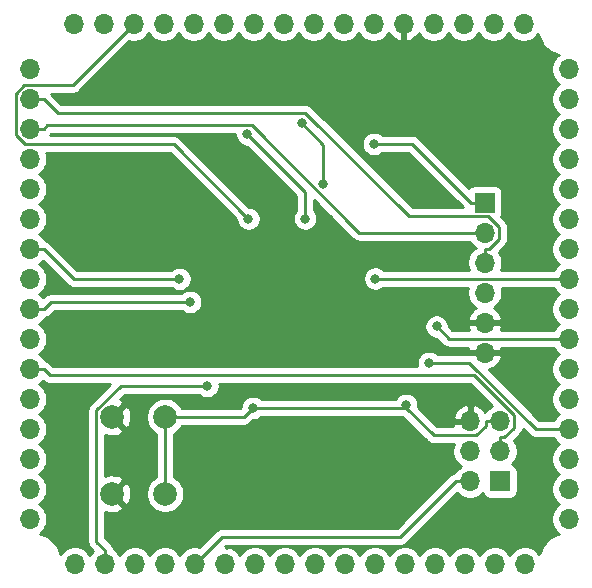
<source format=gbr>
G04 #@! TF.GenerationSoftware,KiCad,Pcbnew,(5.1.5-0-10_14)*
G04 #@! TF.CreationDate,2020-11-09T16:06:39+01:00*
G04 #@! TF.ProjectId,ATmega128_Breakout_Board,41546d65-6761-4313-9238-5f427265616b,rev?*
G04 #@! TF.SameCoordinates,Original*
G04 #@! TF.FileFunction,Copper,L2,Bot*
G04 #@! TF.FilePolarity,Positive*
%FSLAX46Y46*%
G04 Gerber Fmt 4.6, Leading zero omitted, Abs format (unit mm)*
G04 Created by KiCad (PCBNEW (5.1.5-0-10_14)) date 2020-11-09 16:06:39*
%MOMM*%
%LPD*%
G04 APERTURE LIST*
%ADD10C,2.000000*%
%ADD11O,1.700000X1.700000*%
%ADD12R,1.700000X1.700000*%
%ADD13C,0.800000*%
%ADD14C,0.250000*%
%ADD15C,0.254000*%
G04 APERTURE END LIST*
D10*
X102650000Y-97850000D03*
X107150000Y-97850000D03*
X102650000Y-104350000D03*
X107150000Y-104350000D03*
D11*
X99400000Y-64600000D03*
X101940000Y-64600000D03*
X104480000Y-64600000D03*
X107020000Y-64600000D03*
X109560000Y-64600000D03*
X112100000Y-64600000D03*
X114640000Y-64600000D03*
X117180000Y-64600000D03*
X119720000Y-64600000D03*
X122260000Y-64600000D03*
X124800000Y-64600000D03*
X127340000Y-64600000D03*
X129880000Y-64600000D03*
X132420000Y-64600000D03*
X134960000Y-64600000D03*
X137500000Y-64600000D03*
X141300000Y-68400000D03*
X141300000Y-70940000D03*
X141300000Y-73480000D03*
X141300000Y-76020000D03*
X141300000Y-78560000D03*
X141300000Y-81100000D03*
X141300000Y-83640000D03*
X141300000Y-86180000D03*
X141300000Y-88720000D03*
X141300000Y-91260000D03*
X141300000Y-93800000D03*
X141300000Y-96340000D03*
X141300000Y-98880000D03*
X141300000Y-101420000D03*
X141300000Y-103960000D03*
X141300000Y-106500000D03*
X137600000Y-110300000D03*
X135060000Y-110300000D03*
X132520000Y-110300000D03*
X129980000Y-110300000D03*
X127440000Y-110300000D03*
X124900000Y-110300000D03*
X122360000Y-110300000D03*
X119820000Y-110300000D03*
X117280000Y-110300000D03*
X114740000Y-110300000D03*
X112200000Y-110300000D03*
X109660000Y-110300000D03*
X107120000Y-110300000D03*
X104580000Y-110300000D03*
X102040000Y-110300000D03*
X99500000Y-110300000D03*
X95700000Y-106500000D03*
X95700000Y-103960000D03*
X95700000Y-101420000D03*
X95700000Y-98880000D03*
X95700000Y-96340000D03*
X95700000Y-93800000D03*
X95700000Y-91260000D03*
X95700000Y-88720000D03*
X95700000Y-86180000D03*
X95700000Y-83640000D03*
X95700000Y-81100000D03*
X95700000Y-78560000D03*
X95700000Y-76020000D03*
X95700000Y-73480000D03*
X95700000Y-70940000D03*
X95700000Y-68400000D03*
X132960000Y-98220000D03*
X135500000Y-98220000D03*
X132960000Y-100760000D03*
X135500000Y-100760000D03*
X132960000Y-103300000D03*
D12*
X135500000Y-103300000D03*
D11*
X134200000Y-92400000D03*
X134200000Y-89860000D03*
X134200000Y-87320000D03*
X134200000Y-84780000D03*
X134200000Y-82240000D03*
D12*
X134200000Y-79700000D03*
D13*
X124812400Y-74723900D03*
X127548200Y-96818600D03*
X114564800Y-97074100D03*
X121047100Y-81083700D03*
X108650000Y-69100000D03*
X105350000Y-68750000D03*
X110730000Y-75180000D03*
X120396000Y-106172000D03*
X112776000Y-105918000D03*
X138060000Y-92620000D03*
X138080000Y-88630000D03*
X137668000Y-99568000D03*
X137922000Y-101600000D03*
X113792000Y-91948000D03*
X113538000Y-84582000D03*
X121630400Y-83855600D03*
X121920000Y-90932000D03*
X118364000Y-88900000D03*
X118110000Y-69596000D03*
X100000000Y-100180000D03*
X100000000Y-105220000D03*
X103970000Y-92490000D03*
X111150000Y-70270000D03*
X100650000Y-70460000D03*
X104435000Y-83975000D03*
X104470000Y-100570000D03*
X108390000Y-106500000D03*
X104100000Y-106400000D03*
X132537350Y-70972650D03*
X109257400Y-88113300D03*
X108354500Y-86164100D03*
X110716500Y-95212700D03*
X124938500Y-86133600D03*
X130131800Y-90183100D03*
X129492900Y-93276900D03*
X114200000Y-81071500D03*
X114120700Y-73924300D03*
X119000000Y-81055400D03*
X120547500Y-78165400D03*
X118700000Y-73000000D03*
D14*
X133024700Y-79700000D02*
X128048600Y-74723900D01*
X128048600Y-74723900D02*
X124812400Y-74723900D01*
X134200000Y-79700000D02*
X133024700Y-79700000D01*
X127548200Y-97074100D02*
X127548200Y-96818600D01*
X134324700Y-98220000D02*
X134324700Y-98587300D01*
X134324700Y-98587300D02*
X133497500Y-99414500D01*
X133497500Y-99414500D02*
X129888600Y-99414500D01*
X129888600Y-99414500D02*
X127548200Y-97074100D01*
X127548200Y-97074100D02*
X114564800Y-97074100D01*
X135500000Y-98220000D02*
X134324700Y-98220000D01*
X114564800Y-97074100D02*
X113788900Y-97850000D01*
X113788900Y-97850000D02*
X107150000Y-97850000D01*
X107150000Y-104350000D02*
X107150000Y-97850000D01*
X121047100Y-83272300D02*
X121047100Y-81083700D01*
X131784700Y-98220000D02*
X129643300Y-96078600D01*
X104421400Y-96078600D02*
X102650000Y-97850000D01*
X113297500Y-70942800D02*
X113170100Y-71070200D01*
X135375300Y-92400000D02*
X135440300Y-92465000D01*
X102650000Y-104350000D02*
X102834000Y-104350000D01*
X132960000Y-98220000D02*
X131784700Y-98220000D01*
X121630400Y-83855600D02*
X121047100Y-83272300D01*
X109660000Y-110300000D02*
X111936900Y-108023100D01*
X111936900Y-108023100D02*
X127061600Y-108023100D01*
X127061600Y-108023100D02*
X131784700Y-103300000D01*
X132960000Y-103300000D02*
X131784700Y-103300000D01*
X95700000Y-70940000D02*
X96875300Y-70940000D01*
X134200000Y-84780000D02*
X134200000Y-83604700D01*
X134200000Y-83604700D02*
X134567300Y-83604700D01*
X134567300Y-83604700D02*
X135388400Y-82783600D01*
X135388400Y-82783600D02*
X135388400Y-81761300D01*
X135388400Y-81761300D02*
X134502500Y-80875400D01*
X134502500Y-80875400D02*
X127778400Y-80875400D01*
X127778400Y-80875400D02*
X119018300Y-72115300D01*
X119018300Y-72115300D02*
X98050600Y-72115300D01*
X98050600Y-72115300D02*
X96875300Y-70940000D01*
X95700000Y-73480000D02*
X96875300Y-73480000D01*
X134200000Y-82240000D02*
X123565500Y-82240000D01*
X123565500Y-82240000D02*
X114499600Y-73174100D01*
X114499600Y-73174100D02*
X97181200Y-73174100D01*
X97181200Y-73174100D02*
X96875300Y-73480000D01*
X95700000Y-93800000D02*
X96875300Y-93800000D01*
X135500000Y-100760000D02*
X135500000Y-99584700D01*
X135500000Y-99584700D02*
X135867300Y-99584700D01*
X135867300Y-99584700D02*
X136677500Y-98774500D01*
X136677500Y-98774500D02*
X136677500Y-97679400D01*
X136677500Y-97679400D02*
X133285100Y-94287000D01*
X133285100Y-94287000D02*
X97362300Y-94287000D01*
X97362300Y-94287000D02*
X96875300Y-93800000D01*
X96875300Y-88720000D02*
X97482000Y-88113300D01*
X97482000Y-88113300D02*
X109257400Y-88113300D01*
X95700000Y-88720000D02*
X96875300Y-88720000D01*
X95700000Y-83640000D02*
X96875300Y-83640000D01*
X96875300Y-83640000D02*
X99399400Y-86164100D01*
X99399400Y-86164100D02*
X108354500Y-86164100D01*
X102040000Y-110300000D02*
X102040000Y-109124700D01*
X110716500Y-95212700D02*
X103406800Y-95212700D01*
X103406800Y-95212700D02*
X101324000Y-97295500D01*
X101324000Y-97295500D02*
X101324000Y-108408700D01*
X101324000Y-108408700D02*
X102040000Y-109124700D01*
X141300000Y-86180000D02*
X140124700Y-86180000D01*
X140124700Y-86180000D02*
X140078300Y-86133600D01*
X140078300Y-86133600D02*
X124938500Y-86133600D01*
X140124700Y-91260000D02*
X140078900Y-91214200D01*
X140078900Y-91214200D02*
X131162900Y-91214200D01*
X131162900Y-91214200D02*
X130131800Y-90183100D01*
X141300000Y-91260000D02*
X140124700Y-91260000D01*
X129492900Y-93276900D02*
X132911900Y-93276900D01*
X132911900Y-93276900D02*
X138515000Y-98880000D01*
X138515000Y-98880000D02*
X141300000Y-98880000D01*
X104480000Y-64600000D02*
X99325700Y-69754300D01*
X99325700Y-69754300D02*
X95222900Y-69754300D01*
X95222900Y-69754300D02*
X94486500Y-70490700D01*
X94486500Y-70490700D02*
X94486500Y-73982700D01*
X94486500Y-73982700D02*
X95253800Y-74750000D01*
X95253800Y-74750000D02*
X107878500Y-74750000D01*
X107878500Y-74750000D02*
X114200000Y-81071500D01*
X119000000Y-81055400D02*
X119000000Y-78803600D01*
X119000000Y-78803600D02*
X114120700Y-73924300D01*
X120550000Y-74860000D02*
X120547500Y-78165400D01*
X118700000Y-73000000D02*
X120550000Y-74860000D01*
D15*
G36*
X112327000Y-110173000D02*
G01*
X112347000Y-110173000D01*
X112347000Y-110427000D01*
X112327000Y-110427000D01*
X112327000Y-110447000D01*
X112073000Y-110447000D01*
X112073000Y-110427000D01*
X112053000Y-110427000D01*
X112053000Y-110173000D01*
X112073000Y-110173000D01*
X112073000Y-110153000D01*
X112327000Y-110153000D01*
X112327000Y-110173000D01*
G37*
X112327000Y-110173000D02*
X112347000Y-110173000D01*
X112347000Y-110427000D01*
X112327000Y-110427000D01*
X112327000Y-110447000D01*
X112073000Y-110447000D01*
X112073000Y-110427000D01*
X112053000Y-110427000D01*
X112053000Y-110173000D01*
X112073000Y-110173000D01*
X112073000Y-110153000D01*
X112327000Y-110153000D01*
X112327000Y-110173000D01*
G36*
X137951201Y-99391003D02*
G01*
X137974999Y-99420001D01*
X138003997Y-99443799D01*
X138090723Y-99514974D01*
X138218759Y-99583411D01*
X138222753Y-99585546D01*
X138366014Y-99629003D01*
X138477667Y-99640000D01*
X138477677Y-99640000D01*
X138514999Y-99643676D01*
X138552322Y-99640000D01*
X140021822Y-99640000D01*
X140146525Y-99826632D01*
X140353368Y-100033475D01*
X140527760Y-100150000D01*
X140353368Y-100266525D01*
X140146525Y-100473368D01*
X139984010Y-100716589D01*
X139872068Y-100986842D01*
X139815000Y-101273740D01*
X139815000Y-101566260D01*
X139872068Y-101853158D01*
X139984010Y-102123411D01*
X140146525Y-102366632D01*
X140353368Y-102573475D01*
X140527760Y-102690000D01*
X140353368Y-102806525D01*
X140146525Y-103013368D01*
X139984010Y-103256589D01*
X139872068Y-103526842D01*
X139815000Y-103813740D01*
X139815000Y-104106260D01*
X139872068Y-104393158D01*
X139984010Y-104663411D01*
X140146525Y-104906632D01*
X140353368Y-105113475D01*
X140527760Y-105230000D01*
X140353368Y-105346525D01*
X140146525Y-105553368D01*
X139984010Y-105796589D01*
X139872068Y-106066842D01*
X139815000Y-106353740D01*
X139815000Y-106646260D01*
X139872068Y-106933158D01*
X139984010Y-107203411D01*
X140146525Y-107446632D01*
X140353368Y-107653475D01*
X140483006Y-107740097D01*
X140352665Y-107766023D01*
X139948785Y-107933316D01*
X139585303Y-108176187D01*
X139276187Y-108485303D01*
X139033316Y-108848785D01*
X138866023Y-109252665D01*
X138824768Y-109460066D01*
X138753475Y-109353368D01*
X138546632Y-109146525D01*
X138303411Y-108984010D01*
X138033158Y-108872068D01*
X137746260Y-108815000D01*
X137453740Y-108815000D01*
X137166842Y-108872068D01*
X136896589Y-108984010D01*
X136653368Y-109146525D01*
X136446525Y-109353368D01*
X136330000Y-109527760D01*
X136213475Y-109353368D01*
X136006632Y-109146525D01*
X135763411Y-108984010D01*
X135493158Y-108872068D01*
X135206260Y-108815000D01*
X134913740Y-108815000D01*
X134626842Y-108872068D01*
X134356589Y-108984010D01*
X134113368Y-109146525D01*
X133906525Y-109353368D01*
X133790000Y-109527760D01*
X133673475Y-109353368D01*
X133466632Y-109146525D01*
X133223411Y-108984010D01*
X132953158Y-108872068D01*
X132666260Y-108815000D01*
X132373740Y-108815000D01*
X132086842Y-108872068D01*
X131816589Y-108984010D01*
X131573368Y-109146525D01*
X131366525Y-109353368D01*
X131250000Y-109527760D01*
X131133475Y-109353368D01*
X130926632Y-109146525D01*
X130683411Y-108984010D01*
X130413158Y-108872068D01*
X130126260Y-108815000D01*
X129833740Y-108815000D01*
X129546842Y-108872068D01*
X129276589Y-108984010D01*
X129033368Y-109146525D01*
X128826525Y-109353368D01*
X128710000Y-109527760D01*
X128593475Y-109353368D01*
X128386632Y-109146525D01*
X128143411Y-108984010D01*
X127873158Y-108872068D01*
X127586260Y-108815000D01*
X127293740Y-108815000D01*
X127006842Y-108872068D01*
X126736589Y-108984010D01*
X126493368Y-109146525D01*
X126286525Y-109353368D01*
X126170000Y-109527760D01*
X126053475Y-109353368D01*
X125846632Y-109146525D01*
X125603411Y-108984010D01*
X125333158Y-108872068D01*
X125046260Y-108815000D01*
X124753740Y-108815000D01*
X124466842Y-108872068D01*
X124196589Y-108984010D01*
X123953368Y-109146525D01*
X123746525Y-109353368D01*
X123630000Y-109527760D01*
X123513475Y-109353368D01*
X123306632Y-109146525D01*
X123063411Y-108984010D01*
X122793158Y-108872068D01*
X122506260Y-108815000D01*
X122213740Y-108815000D01*
X121926842Y-108872068D01*
X121656589Y-108984010D01*
X121413368Y-109146525D01*
X121206525Y-109353368D01*
X121090000Y-109527760D01*
X120973475Y-109353368D01*
X120766632Y-109146525D01*
X120523411Y-108984010D01*
X120253158Y-108872068D01*
X119966260Y-108815000D01*
X119673740Y-108815000D01*
X119386842Y-108872068D01*
X119116589Y-108984010D01*
X118873368Y-109146525D01*
X118666525Y-109353368D01*
X118550000Y-109527760D01*
X118433475Y-109353368D01*
X118226632Y-109146525D01*
X117983411Y-108984010D01*
X117713158Y-108872068D01*
X117426260Y-108815000D01*
X117133740Y-108815000D01*
X116846842Y-108872068D01*
X116576589Y-108984010D01*
X116333368Y-109146525D01*
X116126525Y-109353368D01*
X116010000Y-109527760D01*
X115893475Y-109353368D01*
X115686632Y-109146525D01*
X115443411Y-108984010D01*
X115173158Y-108872068D01*
X114886260Y-108815000D01*
X114593740Y-108815000D01*
X114306842Y-108872068D01*
X114036589Y-108984010D01*
X113793368Y-109146525D01*
X113586525Y-109353368D01*
X113464805Y-109535534D01*
X113395178Y-109418645D01*
X113200269Y-109202412D01*
X112966920Y-109028359D01*
X112704099Y-108903175D01*
X112556890Y-108858524D01*
X112327002Y-108979844D01*
X112327002Y-108815000D01*
X112219802Y-108815000D01*
X112251702Y-108783100D01*
X127024278Y-108783100D01*
X127061600Y-108786776D01*
X127098922Y-108783100D01*
X127098933Y-108783100D01*
X127210586Y-108772103D01*
X127353847Y-108728646D01*
X127485876Y-108658074D01*
X127601601Y-108563101D01*
X127625404Y-108534097D01*
X131859697Y-104299804D01*
X132013368Y-104453475D01*
X132256589Y-104615990D01*
X132526842Y-104727932D01*
X132813740Y-104785000D01*
X133106260Y-104785000D01*
X133393158Y-104727932D01*
X133663411Y-104615990D01*
X133906632Y-104453475D01*
X134038487Y-104321620D01*
X134060498Y-104394180D01*
X134119463Y-104504494D01*
X134198815Y-104601185D01*
X134295506Y-104680537D01*
X134405820Y-104739502D01*
X134525518Y-104775812D01*
X134650000Y-104788072D01*
X136350000Y-104788072D01*
X136474482Y-104775812D01*
X136594180Y-104739502D01*
X136704494Y-104680537D01*
X136801185Y-104601185D01*
X136880537Y-104504494D01*
X136939502Y-104394180D01*
X136975812Y-104274482D01*
X136988072Y-104150000D01*
X136988072Y-102450000D01*
X136975812Y-102325518D01*
X136939502Y-102205820D01*
X136880537Y-102095506D01*
X136801185Y-101998815D01*
X136704494Y-101919463D01*
X136594180Y-101860498D01*
X136521620Y-101838487D01*
X136653475Y-101706632D01*
X136815990Y-101463411D01*
X136927932Y-101193158D01*
X136985000Y-100906260D01*
X136985000Y-100613740D01*
X136927932Y-100326842D01*
X136815990Y-100056589D01*
X136677491Y-99849310D01*
X137188504Y-99338298D01*
X137217501Y-99314501D01*
X137312474Y-99198776D01*
X137383046Y-99066747D01*
X137426503Y-98923486D01*
X137431630Y-98871432D01*
X137951201Y-99391003D01*
G37*
X137951201Y-99391003D02*
X137974999Y-99420001D01*
X138003997Y-99443799D01*
X138090723Y-99514974D01*
X138218759Y-99583411D01*
X138222753Y-99585546D01*
X138366014Y-99629003D01*
X138477667Y-99640000D01*
X138477677Y-99640000D01*
X138514999Y-99643676D01*
X138552322Y-99640000D01*
X140021822Y-99640000D01*
X140146525Y-99826632D01*
X140353368Y-100033475D01*
X140527760Y-100150000D01*
X140353368Y-100266525D01*
X140146525Y-100473368D01*
X139984010Y-100716589D01*
X139872068Y-100986842D01*
X139815000Y-101273740D01*
X139815000Y-101566260D01*
X139872068Y-101853158D01*
X139984010Y-102123411D01*
X140146525Y-102366632D01*
X140353368Y-102573475D01*
X140527760Y-102690000D01*
X140353368Y-102806525D01*
X140146525Y-103013368D01*
X139984010Y-103256589D01*
X139872068Y-103526842D01*
X139815000Y-103813740D01*
X139815000Y-104106260D01*
X139872068Y-104393158D01*
X139984010Y-104663411D01*
X140146525Y-104906632D01*
X140353368Y-105113475D01*
X140527760Y-105230000D01*
X140353368Y-105346525D01*
X140146525Y-105553368D01*
X139984010Y-105796589D01*
X139872068Y-106066842D01*
X139815000Y-106353740D01*
X139815000Y-106646260D01*
X139872068Y-106933158D01*
X139984010Y-107203411D01*
X140146525Y-107446632D01*
X140353368Y-107653475D01*
X140483006Y-107740097D01*
X140352665Y-107766023D01*
X139948785Y-107933316D01*
X139585303Y-108176187D01*
X139276187Y-108485303D01*
X139033316Y-108848785D01*
X138866023Y-109252665D01*
X138824768Y-109460066D01*
X138753475Y-109353368D01*
X138546632Y-109146525D01*
X138303411Y-108984010D01*
X138033158Y-108872068D01*
X137746260Y-108815000D01*
X137453740Y-108815000D01*
X137166842Y-108872068D01*
X136896589Y-108984010D01*
X136653368Y-109146525D01*
X136446525Y-109353368D01*
X136330000Y-109527760D01*
X136213475Y-109353368D01*
X136006632Y-109146525D01*
X135763411Y-108984010D01*
X135493158Y-108872068D01*
X135206260Y-108815000D01*
X134913740Y-108815000D01*
X134626842Y-108872068D01*
X134356589Y-108984010D01*
X134113368Y-109146525D01*
X133906525Y-109353368D01*
X133790000Y-109527760D01*
X133673475Y-109353368D01*
X133466632Y-109146525D01*
X133223411Y-108984010D01*
X132953158Y-108872068D01*
X132666260Y-108815000D01*
X132373740Y-108815000D01*
X132086842Y-108872068D01*
X131816589Y-108984010D01*
X131573368Y-109146525D01*
X131366525Y-109353368D01*
X131250000Y-109527760D01*
X131133475Y-109353368D01*
X130926632Y-109146525D01*
X130683411Y-108984010D01*
X130413158Y-108872068D01*
X130126260Y-108815000D01*
X129833740Y-108815000D01*
X129546842Y-108872068D01*
X129276589Y-108984010D01*
X129033368Y-109146525D01*
X128826525Y-109353368D01*
X128710000Y-109527760D01*
X128593475Y-109353368D01*
X128386632Y-109146525D01*
X128143411Y-108984010D01*
X127873158Y-108872068D01*
X127586260Y-108815000D01*
X127293740Y-108815000D01*
X127006842Y-108872068D01*
X126736589Y-108984010D01*
X126493368Y-109146525D01*
X126286525Y-109353368D01*
X126170000Y-109527760D01*
X126053475Y-109353368D01*
X125846632Y-109146525D01*
X125603411Y-108984010D01*
X125333158Y-108872068D01*
X125046260Y-108815000D01*
X124753740Y-108815000D01*
X124466842Y-108872068D01*
X124196589Y-108984010D01*
X123953368Y-109146525D01*
X123746525Y-109353368D01*
X123630000Y-109527760D01*
X123513475Y-109353368D01*
X123306632Y-109146525D01*
X123063411Y-108984010D01*
X122793158Y-108872068D01*
X122506260Y-108815000D01*
X122213740Y-108815000D01*
X121926842Y-108872068D01*
X121656589Y-108984010D01*
X121413368Y-109146525D01*
X121206525Y-109353368D01*
X121090000Y-109527760D01*
X120973475Y-109353368D01*
X120766632Y-109146525D01*
X120523411Y-108984010D01*
X120253158Y-108872068D01*
X119966260Y-108815000D01*
X119673740Y-108815000D01*
X119386842Y-108872068D01*
X119116589Y-108984010D01*
X118873368Y-109146525D01*
X118666525Y-109353368D01*
X118550000Y-109527760D01*
X118433475Y-109353368D01*
X118226632Y-109146525D01*
X117983411Y-108984010D01*
X117713158Y-108872068D01*
X117426260Y-108815000D01*
X117133740Y-108815000D01*
X116846842Y-108872068D01*
X116576589Y-108984010D01*
X116333368Y-109146525D01*
X116126525Y-109353368D01*
X116010000Y-109527760D01*
X115893475Y-109353368D01*
X115686632Y-109146525D01*
X115443411Y-108984010D01*
X115173158Y-108872068D01*
X114886260Y-108815000D01*
X114593740Y-108815000D01*
X114306842Y-108872068D01*
X114036589Y-108984010D01*
X113793368Y-109146525D01*
X113586525Y-109353368D01*
X113464805Y-109535534D01*
X113395178Y-109418645D01*
X113200269Y-109202412D01*
X112966920Y-109028359D01*
X112704099Y-108903175D01*
X112556890Y-108858524D01*
X112327002Y-108979844D01*
X112327002Y-108815000D01*
X112219802Y-108815000D01*
X112251702Y-108783100D01*
X127024278Y-108783100D01*
X127061600Y-108786776D01*
X127098922Y-108783100D01*
X127098933Y-108783100D01*
X127210586Y-108772103D01*
X127353847Y-108728646D01*
X127485876Y-108658074D01*
X127601601Y-108563101D01*
X127625404Y-108534097D01*
X131859697Y-104299804D01*
X132013368Y-104453475D01*
X132256589Y-104615990D01*
X132526842Y-104727932D01*
X132813740Y-104785000D01*
X133106260Y-104785000D01*
X133393158Y-104727932D01*
X133663411Y-104615990D01*
X133906632Y-104453475D01*
X134038487Y-104321620D01*
X134060498Y-104394180D01*
X134119463Y-104504494D01*
X134198815Y-104601185D01*
X134295506Y-104680537D01*
X134405820Y-104739502D01*
X134525518Y-104775812D01*
X134650000Y-104788072D01*
X136350000Y-104788072D01*
X136474482Y-104775812D01*
X136594180Y-104739502D01*
X136704494Y-104680537D01*
X136801185Y-104601185D01*
X136880537Y-104504494D01*
X136939502Y-104394180D01*
X136975812Y-104274482D01*
X136988072Y-104150000D01*
X136988072Y-102450000D01*
X136975812Y-102325518D01*
X136939502Y-102205820D01*
X136880537Y-102095506D01*
X136801185Y-101998815D01*
X136704494Y-101919463D01*
X136594180Y-101860498D01*
X136521620Y-101838487D01*
X136653475Y-101706632D01*
X136815990Y-101463411D01*
X136927932Y-101193158D01*
X136985000Y-100906260D01*
X136985000Y-100613740D01*
X136927932Y-100326842D01*
X136815990Y-100056589D01*
X136677491Y-99849310D01*
X137188504Y-99338298D01*
X137217501Y-99314501D01*
X137312474Y-99198776D01*
X137383046Y-99066747D01*
X137426503Y-98923486D01*
X137431630Y-98871432D01*
X137951201Y-99391003D01*
G36*
X134818311Y-96895013D02*
G01*
X134796589Y-96904010D01*
X134553368Y-97066525D01*
X134346525Y-97273368D01*
X134228900Y-97449406D01*
X134057588Y-97219731D01*
X133841355Y-97024822D01*
X133591252Y-96875843D01*
X133316891Y-96778519D01*
X133087000Y-96899186D01*
X133087000Y-98093000D01*
X133107000Y-98093000D01*
X133107000Y-98347000D01*
X133087000Y-98347000D01*
X133087000Y-98367000D01*
X132833000Y-98367000D01*
X132833000Y-98347000D01*
X131639845Y-98347000D01*
X131518524Y-98576890D01*
X131542064Y-98654500D01*
X130203403Y-98654500D01*
X129412013Y-97863110D01*
X131518524Y-97863110D01*
X131639845Y-98093000D01*
X132833000Y-98093000D01*
X132833000Y-96899186D01*
X132603109Y-96778519D01*
X132328748Y-96875843D01*
X132078645Y-97024822D01*
X131862412Y-97219731D01*
X131688359Y-97453080D01*
X131563175Y-97715901D01*
X131518524Y-97863110D01*
X129412013Y-97863110D01*
X128564326Y-97015425D01*
X128583200Y-96920539D01*
X128583200Y-96716661D01*
X128543426Y-96516702D01*
X128465405Y-96328344D01*
X128352137Y-96158826D01*
X128207974Y-96014663D01*
X128038456Y-95901395D01*
X127850098Y-95823374D01*
X127650139Y-95783600D01*
X127446261Y-95783600D01*
X127246302Y-95823374D01*
X127057944Y-95901395D01*
X126888426Y-96014663D01*
X126744263Y-96158826D01*
X126640513Y-96314100D01*
X115268511Y-96314100D01*
X115224574Y-96270163D01*
X115055056Y-96156895D01*
X114866698Y-96078874D01*
X114666739Y-96039100D01*
X114462861Y-96039100D01*
X114262902Y-96078874D01*
X114074544Y-96156895D01*
X113905026Y-96270163D01*
X113760863Y-96414326D01*
X113647595Y-96583844D01*
X113569574Y-96772202D01*
X113529800Y-96972161D01*
X113529800Y-97034299D01*
X113474099Y-97090000D01*
X108604909Y-97090000D01*
X108598918Y-97075537D01*
X108419987Y-96807748D01*
X108192252Y-96580013D01*
X107924463Y-96401082D01*
X107626912Y-96277832D01*
X107311033Y-96215000D01*
X106988967Y-96215000D01*
X106673088Y-96277832D01*
X106375537Y-96401082D01*
X106107748Y-96580013D01*
X105880013Y-96807748D01*
X105701082Y-97075537D01*
X105577832Y-97373088D01*
X105515000Y-97688967D01*
X105515000Y-98011033D01*
X105577832Y-98326912D01*
X105701082Y-98624463D01*
X105880013Y-98892252D01*
X106107748Y-99119987D01*
X106375537Y-99298918D01*
X106390001Y-99304909D01*
X106390000Y-102895091D01*
X106375537Y-102901082D01*
X106107748Y-103080013D01*
X105880013Y-103307748D01*
X105701082Y-103575537D01*
X105577832Y-103873088D01*
X105515000Y-104188967D01*
X105515000Y-104511033D01*
X105577832Y-104826912D01*
X105701082Y-105124463D01*
X105880013Y-105392252D01*
X106107748Y-105619987D01*
X106375537Y-105798918D01*
X106673088Y-105922168D01*
X106988967Y-105985000D01*
X107311033Y-105985000D01*
X107626912Y-105922168D01*
X107924463Y-105798918D01*
X108192252Y-105619987D01*
X108419987Y-105392252D01*
X108598918Y-105124463D01*
X108722168Y-104826912D01*
X108785000Y-104511033D01*
X108785000Y-104188967D01*
X108722168Y-103873088D01*
X108598918Y-103575537D01*
X108419987Y-103307748D01*
X108192252Y-103080013D01*
X107924463Y-102901082D01*
X107910000Y-102895091D01*
X107910000Y-99304909D01*
X107924463Y-99298918D01*
X108192252Y-99119987D01*
X108419987Y-98892252D01*
X108598918Y-98624463D01*
X108604909Y-98610000D01*
X113751578Y-98610000D01*
X113788900Y-98613676D01*
X113826222Y-98610000D01*
X113826233Y-98610000D01*
X113937886Y-98599003D01*
X114081147Y-98555546D01*
X114213176Y-98484974D01*
X114328901Y-98390001D01*
X114352703Y-98360998D01*
X114604601Y-98109100D01*
X114666739Y-98109100D01*
X114866698Y-98069326D01*
X115055056Y-97991305D01*
X115224574Y-97878037D01*
X115268511Y-97834100D01*
X127233399Y-97834100D01*
X129324805Y-99925508D01*
X129348599Y-99954501D01*
X129377592Y-99978295D01*
X129377596Y-99978299D01*
X129414977Y-100008976D01*
X129464324Y-100049474D01*
X129596353Y-100120046D01*
X129739614Y-100163503D01*
X129851267Y-100174500D01*
X129851276Y-100174500D01*
X129888599Y-100178176D01*
X129925922Y-100174500D01*
X131595170Y-100174500D01*
X131532068Y-100326842D01*
X131475000Y-100613740D01*
X131475000Y-100906260D01*
X131532068Y-101193158D01*
X131644010Y-101463411D01*
X131806525Y-101706632D01*
X132013368Y-101913475D01*
X132187760Y-102030000D01*
X132013368Y-102146525D01*
X131806525Y-102353368D01*
X131677204Y-102546911D01*
X131635714Y-102550997D01*
X131492453Y-102594454D01*
X131360423Y-102665026D01*
X131307716Y-102708282D01*
X131244699Y-102759999D01*
X131220901Y-102788997D01*
X126746799Y-107263100D01*
X111974223Y-107263100D01*
X111936900Y-107259424D01*
X111899577Y-107263100D01*
X111899567Y-107263100D01*
X111787914Y-107274097D01*
X111644653Y-107317554D01*
X111512624Y-107388126D01*
X111396899Y-107483099D01*
X111373101Y-107512097D01*
X110026408Y-108858791D01*
X109806260Y-108815000D01*
X109513740Y-108815000D01*
X109226842Y-108872068D01*
X108956589Y-108984010D01*
X108713368Y-109146525D01*
X108506525Y-109353368D01*
X108390000Y-109527760D01*
X108273475Y-109353368D01*
X108066632Y-109146525D01*
X107823411Y-108984010D01*
X107553158Y-108872068D01*
X107266260Y-108815000D01*
X106973740Y-108815000D01*
X106686842Y-108872068D01*
X106416589Y-108984010D01*
X106173368Y-109146525D01*
X105966525Y-109353368D01*
X105850000Y-109527760D01*
X105733475Y-109353368D01*
X105526632Y-109146525D01*
X105283411Y-108984010D01*
X105013158Y-108872068D01*
X104726260Y-108815000D01*
X104433740Y-108815000D01*
X104146842Y-108872068D01*
X103876589Y-108984010D01*
X103633368Y-109146525D01*
X103426525Y-109353368D01*
X103310000Y-109527760D01*
X103193475Y-109353368D01*
X102986632Y-109146525D01*
X102793089Y-109017204D01*
X102789003Y-108975714D01*
X102745546Y-108832453D01*
X102713287Y-108772102D01*
X102674974Y-108700423D01*
X102603799Y-108613697D01*
X102580001Y-108584699D01*
X102551002Y-108560901D01*
X102084000Y-108093899D01*
X102084000Y-105891865D01*
X102391108Y-105972384D01*
X102712595Y-105991718D01*
X103031675Y-105947961D01*
X103336088Y-105842795D01*
X103510044Y-105749814D01*
X103605808Y-105485413D01*
X102650000Y-104529605D01*
X102635858Y-104543748D01*
X102456253Y-104364143D01*
X102470395Y-104350000D01*
X102829605Y-104350000D01*
X103785413Y-105305808D01*
X104049814Y-105210044D01*
X104190704Y-104920429D01*
X104272384Y-104608892D01*
X104291718Y-104287405D01*
X104247961Y-103968325D01*
X104142795Y-103663912D01*
X104049814Y-103489956D01*
X103785413Y-103394192D01*
X102829605Y-104350000D01*
X102470395Y-104350000D01*
X102456253Y-104335858D01*
X102635858Y-104156253D01*
X102650000Y-104170395D01*
X103605808Y-103214587D01*
X103510044Y-102950186D01*
X103220429Y-102809296D01*
X102908892Y-102727616D01*
X102587405Y-102708282D01*
X102268325Y-102752039D01*
X102084000Y-102815718D01*
X102084000Y-99391865D01*
X102391108Y-99472384D01*
X102712595Y-99491718D01*
X103031675Y-99447961D01*
X103336088Y-99342795D01*
X103510044Y-99249814D01*
X103605808Y-98985413D01*
X102650000Y-98029605D01*
X102635858Y-98043748D01*
X102456253Y-97864143D01*
X102470395Y-97850000D01*
X102829605Y-97850000D01*
X103785413Y-98805808D01*
X104049814Y-98710044D01*
X104190704Y-98420429D01*
X104272384Y-98108892D01*
X104291718Y-97787405D01*
X104247961Y-97468325D01*
X104142795Y-97163912D01*
X104049814Y-96989956D01*
X103785413Y-96894192D01*
X102829605Y-97850000D01*
X102470395Y-97850000D01*
X102456253Y-97835858D01*
X102635858Y-97656253D01*
X102650000Y-97670395D01*
X103605808Y-96714587D01*
X103510044Y-96450186D01*
X103331145Y-96363156D01*
X103721602Y-95972700D01*
X110012789Y-95972700D01*
X110056726Y-96016637D01*
X110226244Y-96129905D01*
X110414602Y-96207926D01*
X110614561Y-96247700D01*
X110818439Y-96247700D01*
X111018398Y-96207926D01*
X111206756Y-96129905D01*
X111376274Y-96016637D01*
X111520437Y-95872474D01*
X111633705Y-95702956D01*
X111711726Y-95514598D01*
X111751500Y-95314639D01*
X111751500Y-95110761D01*
X111738817Y-95047000D01*
X132970299Y-95047000D01*
X134818311Y-96895013D01*
G37*
X134818311Y-96895013D02*
X134796589Y-96904010D01*
X134553368Y-97066525D01*
X134346525Y-97273368D01*
X134228900Y-97449406D01*
X134057588Y-97219731D01*
X133841355Y-97024822D01*
X133591252Y-96875843D01*
X133316891Y-96778519D01*
X133087000Y-96899186D01*
X133087000Y-98093000D01*
X133107000Y-98093000D01*
X133107000Y-98347000D01*
X133087000Y-98347000D01*
X133087000Y-98367000D01*
X132833000Y-98367000D01*
X132833000Y-98347000D01*
X131639845Y-98347000D01*
X131518524Y-98576890D01*
X131542064Y-98654500D01*
X130203403Y-98654500D01*
X129412013Y-97863110D01*
X131518524Y-97863110D01*
X131639845Y-98093000D01*
X132833000Y-98093000D01*
X132833000Y-96899186D01*
X132603109Y-96778519D01*
X132328748Y-96875843D01*
X132078645Y-97024822D01*
X131862412Y-97219731D01*
X131688359Y-97453080D01*
X131563175Y-97715901D01*
X131518524Y-97863110D01*
X129412013Y-97863110D01*
X128564326Y-97015425D01*
X128583200Y-96920539D01*
X128583200Y-96716661D01*
X128543426Y-96516702D01*
X128465405Y-96328344D01*
X128352137Y-96158826D01*
X128207974Y-96014663D01*
X128038456Y-95901395D01*
X127850098Y-95823374D01*
X127650139Y-95783600D01*
X127446261Y-95783600D01*
X127246302Y-95823374D01*
X127057944Y-95901395D01*
X126888426Y-96014663D01*
X126744263Y-96158826D01*
X126640513Y-96314100D01*
X115268511Y-96314100D01*
X115224574Y-96270163D01*
X115055056Y-96156895D01*
X114866698Y-96078874D01*
X114666739Y-96039100D01*
X114462861Y-96039100D01*
X114262902Y-96078874D01*
X114074544Y-96156895D01*
X113905026Y-96270163D01*
X113760863Y-96414326D01*
X113647595Y-96583844D01*
X113569574Y-96772202D01*
X113529800Y-96972161D01*
X113529800Y-97034299D01*
X113474099Y-97090000D01*
X108604909Y-97090000D01*
X108598918Y-97075537D01*
X108419987Y-96807748D01*
X108192252Y-96580013D01*
X107924463Y-96401082D01*
X107626912Y-96277832D01*
X107311033Y-96215000D01*
X106988967Y-96215000D01*
X106673088Y-96277832D01*
X106375537Y-96401082D01*
X106107748Y-96580013D01*
X105880013Y-96807748D01*
X105701082Y-97075537D01*
X105577832Y-97373088D01*
X105515000Y-97688967D01*
X105515000Y-98011033D01*
X105577832Y-98326912D01*
X105701082Y-98624463D01*
X105880013Y-98892252D01*
X106107748Y-99119987D01*
X106375537Y-99298918D01*
X106390001Y-99304909D01*
X106390000Y-102895091D01*
X106375537Y-102901082D01*
X106107748Y-103080013D01*
X105880013Y-103307748D01*
X105701082Y-103575537D01*
X105577832Y-103873088D01*
X105515000Y-104188967D01*
X105515000Y-104511033D01*
X105577832Y-104826912D01*
X105701082Y-105124463D01*
X105880013Y-105392252D01*
X106107748Y-105619987D01*
X106375537Y-105798918D01*
X106673088Y-105922168D01*
X106988967Y-105985000D01*
X107311033Y-105985000D01*
X107626912Y-105922168D01*
X107924463Y-105798918D01*
X108192252Y-105619987D01*
X108419987Y-105392252D01*
X108598918Y-105124463D01*
X108722168Y-104826912D01*
X108785000Y-104511033D01*
X108785000Y-104188967D01*
X108722168Y-103873088D01*
X108598918Y-103575537D01*
X108419987Y-103307748D01*
X108192252Y-103080013D01*
X107924463Y-102901082D01*
X107910000Y-102895091D01*
X107910000Y-99304909D01*
X107924463Y-99298918D01*
X108192252Y-99119987D01*
X108419987Y-98892252D01*
X108598918Y-98624463D01*
X108604909Y-98610000D01*
X113751578Y-98610000D01*
X113788900Y-98613676D01*
X113826222Y-98610000D01*
X113826233Y-98610000D01*
X113937886Y-98599003D01*
X114081147Y-98555546D01*
X114213176Y-98484974D01*
X114328901Y-98390001D01*
X114352703Y-98360998D01*
X114604601Y-98109100D01*
X114666739Y-98109100D01*
X114866698Y-98069326D01*
X115055056Y-97991305D01*
X115224574Y-97878037D01*
X115268511Y-97834100D01*
X127233399Y-97834100D01*
X129324805Y-99925508D01*
X129348599Y-99954501D01*
X129377592Y-99978295D01*
X129377596Y-99978299D01*
X129414977Y-100008976D01*
X129464324Y-100049474D01*
X129596353Y-100120046D01*
X129739614Y-100163503D01*
X129851267Y-100174500D01*
X129851276Y-100174500D01*
X129888599Y-100178176D01*
X129925922Y-100174500D01*
X131595170Y-100174500D01*
X131532068Y-100326842D01*
X131475000Y-100613740D01*
X131475000Y-100906260D01*
X131532068Y-101193158D01*
X131644010Y-101463411D01*
X131806525Y-101706632D01*
X132013368Y-101913475D01*
X132187760Y-102030000D01*
X132013368Y-102146525D01*
X131806525Y-102353368D01*
X131677204Y-102546911D01*
X131635714Y-102550997D01*
X131492453Y-102594454D01*
X131360423Y-102665026D01*
X131307716Y-102708282D01*
X131244699Y-102759999D01*
X131220901Y-102788997D01*
X126746799Y-107263100D01*
X111974223Y-107263100D01*
X111936900Y-107259424D01*
X111899577Y-107263100D01*
X111899567Y-107263100D01*
X111787914Y-107274097D01*
X111644653Y-107317554D01*
X111512624Y-107388126D01*
X111396899Y-107483099D01*
X111373101Y-107512097D01*
X110026408Y-108858791D01*
X109806260Y-108815000D01*
X109513740Y-108815000D01*
X109226842Y-108872068D01*
X108956589Y-108984010D01*
X108713368Y-109146525D01*
X108506525Y-109353368D01*
X108390000Y-109527760D01*
X108273475Y-109353368D01*
X108066632Y-109146525D01*
X107823411Y-108984010D01*
X107553158Y-108872068D01*
X107266260Y-108815000D01*
X106973740Y-108815000D01*
X106686842Y-108872068D01*
X106416589Y-108984010D01*
X106173368Y-109146525D01*
X105966525Y-109353368D01*
X105850000Y-109527760D01*
X105733475Y-109353368D01*
X105526632Y-109146525D01*
X105283411Y-108984010D01*
X105013158Y-108872068D01*
X104726260Y-108815000D01*
X104433740Y-108815000D01*
X104146842Y-108872068D01*
X103876589Y-108984010D01*
X103633368Y-109146525D01*
X103426525Y-109353368D01*
X103310000Y-109527760D01*
X103193475Y-109353368D01*
X102986632Y-109146525D01*
X102793089Y-109017204D01*
X102789003Y-108975714D01*
X102745546Y-108832453D01*
X102713287Y-108772102D01*
X102674974Y-108700423D01*
X102603799Y-108613697D01*
X102580001Y-108584699D01*
X102551002Y-108560901D01*
X102084000Y-108093899D01*
X102084000Y-105891865D01*
X102391108Y-105972384D01*
X102712595Y-105991718D01*
X103031675Y-105947961D01*
X103336088Y-105842795D01*
X103510044Y-105749814D01*
X103605808Y-105485413D01*
X102650000Y-104529605D01*
X102635858Y-104543748D01*
X102456253Y-104364143D01*
X102470395Y-104350000D01*
X102829605Y-104350000D01*
X103785413Y-105305808D01*
X104049814Y-105210044D01*
X104190704Y-104920429D01*
X104272384Y-104608892D01*
X104291718Y-104287405D01*
X104247961Y-103968325D01*
X104142795Y-103663912D01*
X104049814Y-103489956D01*
X103785413Y-103394192D01*
X102829605Y-104350000D01*
X102470395Y-104350000D01*
X102456253Y-104335858D01*
X102635858Y-104156253D01*
X102650000Y-104170395D01*
X103605808Y-103214587D01*
X103510044Y-102950186D01*
X103220429Y-102809296D01*
X102908892Y-102727616D01*
X102587405Y-102708282D01*
X102268325Y-102752039D01*
X102084000Y-102815718D01*
X102084000Y-99391865D01*
X102391108Y-99472384D01*
X102712595Y-99491718D01*
X103031675Y-99447961D01*
X103336088Y-99342795D01*
X103510044Y-99249814D01*
X103605808Y-98985413D01*
X102650000Y-98029605D01*
X102635858Y-98043748D01*
X102456253Y-97864143D01*
X102470395Y-97850000D01*
X102829605Y-97850000D01*
X103785413Y-98805808D01*
X104049814Y-98710044D01*
X104190704Y-98420429D01*
X104272384Y-98108892D01*
X104291718Y-97787405D01*
X104247961Y-97468325D01*
X104142795Y-97163912D01*
X104049814Y-96989956D01*
X103785413Y-96894192D01*
X102829605Y-97850000D01*
X102470395Y-97850000D01*
X102456253Y-97835858D01*
X102635858Y-97656253D01*
X102650000Y-97670395D01*
X103605808Y-96714587D01*
X103510044Y-96450186D01*
X103331145Y-96363156D01*
X103721602Y-95972700D01*
X110012789Y-95972700D01*
X110056726Y-96016637D01*
X110226244Y-96129905D01*
X110414602Y-96207926D01*
X110614561Y-96247700D01*
X110818439Y-96247700D01*
X111018398Y-96207926D01*
X111206756Y-96129905D01*
X111376274Y-96016637D01*
X111520437Y-95872474D01*
X111633705Y-95702956D01*
X111711726Y-95514598D01*
X111751500Y-95314639D01*
X111751500Y-95110761D01*
X111738817Y-95047000D01*
X132970299Y-95047000D01*
X134818311Y-96895013D01*
G36*
X96822299Y-94827001D02*
G01*
X96895446Y-94887031D01*
X96938023Y-94921974D01*
X96996957Y-94953475D01*
X97070053Y-94992546D01*
X97213314Y-95036003D01*
X97324967Y-95047000D01*
X97324977Y-95047000D01*
X97362299Y-95050676D01*
X97399622Y-95047000D01*
X102497698Y-95047000D01*
X100813003Y-96731696D01*
X100783999Y-96755499D01*
X100753988Y-96792068D01*
X100689026Y-96871224D01*
X100657397Y-96930397D01*
X100618454Y-97003254D01*
X100574997Y-97146515D01*
X100564000Y-97258168D01*
X100564000Y-97258178D01*
X100560324Y-97295500D01*
X100564000Y-97332822D01*
X100564001Y-108371368D01*
X100560324Y-108408700D01*
X100564001Y-108446033D01*
X100568305Y-108489726D01*
X100574998Y-108557685D01*
X100618454Y-108700946D01*
X100689026Y-108832976D01*
X100760201Y-108919702D01*
X100784000Y-108948701D01*
X100812998Y-108972499D01*
X101040196Y-109199697D01*
X100886525Y-109353368D01*
X100770000Y-109527760D01*
X100653475Y-109353368D01*
X100446632Y-109146525D01*
X100203411Y-108984010D01*
X99933158Y-108872068D01*
X99646260Y-108815000D01*
X99353740Y-108815000D01*
X99066842Y-108872068D01*
X98796589Y-108984010D01*
X98553368Y-109146525D01*
X98346525Y-109353368D01*
X98275232Y-109460066D01*
X98233977Y-109252665D01*
X98066684Y-108848785D01*
X97823813Y-108485303D01*
X97514697Y-108176187D01*
X97151215Y-107933316D01*
X96747335Y-107766023D01*
X96539934Y-107724768D01*
X96646632Y-107653475D01*
X96853475Y-107446632D01*
X97015990Y-107203411D01*
X97127932Y-106933158D01*
X97185000Y-106646260D01*
X97185000Y-106353740D01*
X97127932Y-106066842D01*
X97015990Y-105796589D01*
X96853475Y-105553368D01*
X96646632Y-105346525D01*
X96472240Y-105230000D01*
X96646632Y-105113475D01*
X96853475Y-104906632D01*
X97015990Y-104663411D01*
X97127932Y-104393158D01*
X97185000Y-104106260D01*
X97185000Y-103813740D01*
X97127932Y-103526842D01*
X97015990Y-103256589D01*
X96853475Y-103013368D01*
X96646632Y-102806525D01*
X96472240Y-102690000D01*
X96646632Y-102573475D01*
X96853475Y-102366632D01*
X97015990Y-102123411D01*
X97127932Y-101853158D01*
X97185000Y-101566260D01*
X97185000Y-101273740D01*
X97127932Y-100986842D01*
X97015990Y-100716589D01*
X96853475Y-100473368D01*
X96646632Y-100266525D01*
X96472240Y-100150000D01*
X96646632Y-100033475D01*
X96853475Y-99826632D01*
X97015990Y-99583411D01*
X97127932Y-99313158D01*
X97185000Y-99026260D01*
X97185000Y-98733740D01*
X97127932Y-98446842D01*
X97015990Y-98176589D01*
X96853475Y-97933368D01*
X96646632Y-97726525D01*
X96472240Y-97610000D01*
X96646632Y-97493475D01*
X96853475Y-97286632D01*
X97015990Y-97043411D01*
X97127932Y-96773158D01*
X97185000Y-96486260D01*
X97185000Y-96193740D01*
X97127932Y-95906842D01*
X97015990Y-95636589D01*
X96853475Y-95393368D01*
X96646632Y-95186525D01*
X96472240Y-95070000D01*
X96646632Y-94953475D01*
X96800125Y-94799982D01*
X96822299Y-94827001D01*
G37*
X96822299Y-94827001D02*
X96895446Y-94887031D01*
X96938023Y-94921974D01*
X96996957Y-94953475D01*
X97070053Y-94992546D01*
X97213314Y-95036003D01*
X97324967Y-95047000D01*
X97324977Y-95047000D01*
X97362299Y-95050676D01*
X97399622Y-95047000D01*
X102497698Y-95047000D01*
X100813003Y-96731696D01*
X100783999Y-96755499D01*
X100753988Y-96792068D01*
X100689026Y-96871224D01*
X100657397Y-96930397D01*
X100618454Y-97003254D01*
X100574997Y-97146515D01*
X100564000Y-97258168D01*
X100564000Y-97258178D01*
X100560324Y-97295500D01*
X100564000Y-97332822D01*
X100564001Y-108371368D01*
X100560324Y-108408700D01*
X100564001Y-108446033D01*
X100568305Y-108489726D01*
X100574998Y-108557685D01*
X100618454Y-108700946D01*
X100689026Y-108832976D01*
X100760201Y-108919702D01*
X100784000Y-108948701D01*
X100812998Y-108972499D01*
X101040196Y-109199697D01*
X100886525Y-109353368D01*
X100770000Y-109527760D01*
X100653475Y-109353368D01*
X100446632Y-109146525D01*
X100203411Y-108984010D01*
X99933158Y-108872068D01*
X99646260Y-108815000D01*
X99353740Y-108815000D01*
X99066842Y-108872068D01*
X98796589Y-108984010D01*
X98553368Y-109146525D01*
X98346525Y-109353368D01*
X98275232Y-109460066D01*
X98233977Y-109252665D01*
X98066684Y-108848785D01*
X97823813Y-108485303D01*
X97514697Y-108176187D01*
X97151215Y-107933316D01*
X96747335Y-107766023D01*
X96539934Y-107724768D01*
X96646632Y-107653475D01*
X96853475Y-107446632D01*
X97015990Y-107203411D01*
X97127932Y-106933158D01*
X97185000Y-106646260D01*
X97185000Y-106353740D01*
X97127932Y-106066842D01*
X97015990Y-105796589D01*
X96853475Y-105553368D01*
X96646632Y-105346525D01*
X96472240Y-105230000D01*
X96646632Y-105113475D01*
X96853475Y-104906632D01*
X97015990Y-104663411D01*
X97127932Y-104393158D01*
X97185000Y-104106260D01*
X97185000Y-103813740D01*
X97127932Y-103526842D01*
X97015990Y-103256589D01*
X96853475Y-103013368D01*
X96646632Y-102806525D01*
X96472240Y-102690000D01*
X96646632Y-102573475D01*
X96853475Y-102366632D01*
X97015990Y-102123411D01*
X97127932Y-101853158D01*
X97185000Y-101566260D01*
X97185000Y-101273740D01*
X97127932Y-100986842D01*
X97015990Y-100716589D01*
X96853475Y-100473368D01*
X96646632Y-100266525D01*
X96472240Y-100150000D01*
X96646632Y-100033475D01*
X96853475Y-99826632D01*
X97015990Y-99583411D01*
X97127932Y-99313158D01*
X97185000Y-99026260D01*
X97185000Y-98733740D01*
X97127932Y-98446842D01*
X97015990Y-98176589D01*
X96853475Y-97933368D01*
X96646632Y-97726525D01*
X96472240Y-97610000D01*
X96646632Y-97493475D01*
X96853475Y-97286632D01*
X97015990Y-97043411D01*
X97127932Y-96773158D01*
X97185000Y-96486260D01*
X97185000Y-96193740D01*
X97127932Y-95906842D01*
X97015990Y-95636589D01*
X96853475Y-95393368D01*
X96646632Y-95186525D01*
X96472240Y-95070000D01*
X96646632Y-94953475D01*
X96800125Y-94799982D01*
X96822299Y-94827001D01*
G36*
X113085700Y-74026239D02*
G01*
X113125474Y-74226198D01*
X113203495Y-74414556D01*
X113316763Y-74584074D01*
X113460926Y-74728237D01*
X113630444Y-74841505D01*
X113818802Y-74919526D01*
X114018761Y-74959300D01*
X114080899Y-74959300D01*
X118240001Y-79118403D01*
X118240000Y-80351689D01*
X118196063Y-80395626D01*
X118082795Y-80565144D01*
X118004774Y-80753502D01*
X117965000Y-80953461D01*
X117965000Y-81157339D01*
X118004774Y-81357298D01*
X118082795Y-81545656D01*
X118196063Y-81715174D01*
X118340226Y-81859337D01*
X118509744Y-81972605D01*
X118698102Y-82050626D01*
X118898061Y-82090400D01*
X119101939Y-82090400D01*
X119301898Y-82050626D01*
X119490256Y-81972605D01*
X119659774Y-81859337D01*
X119803937Y-81715174D01*
X119917205Y-81545656D01*
X119995226Y-81357298D01*
X120035000Y-81157339D01*
X120035000Y-80953461D01*
X119995226Y-80753502D01*
X119917205Y-80565144D01*
X119803937Y-80395626D01*
X119760000Y-80351689D01*
X119760000Y-79509302D01*
X123001701Y-82751003D01*
X123025499Y-82780001D01*
X123141224Y-82874974D01*
X123273253Y-82945546D01*
X123416514Y-82989003D01*
X123528167Y-83000000D01*
X123528175Y-83000000D01*
X123565500Y-83003676D01*
X123602825Y-83000000D01*
X132921822Y-83000000D01*
X133046525Y-83186632D01*
X133253368Y-83393475D01*
X133427760Y-83510000D01*
X133253368Y-83626525D01*
X133046525Y-83833368D01*
X132884010Y-84076589D01*
X132772068Y-84346842D01*
X132715000Y-84633740D01*
X132715000Y-84926260D01*
X132772068Y-85213158D01*
X132838525Y-85373600D01*
X125642211Y-85373600D01*
X125598274Y-85329663D01*
X125428756Y-85216395D01*
X125240398Y-85138374D01*
X125040439Y-85098600D01*
X124836561Y-85098600D01*
X124636602Y-85138374D01*
X124448244Y-85216395D01*
X124278726Y-85329663D01*
X124134563Y-85473826D01*
X124021295Y-85643344D01*
X123943274Y-85831702D01*
X123903500Y-86031661D01*
X123903500Y-86235539D01*
X123943274Y-86435498D01*
X124021295Y-86623856D01*
X124134563Y-86793374D01*
X124278726Y-86937537D01*
X124448244Y-87050805D01*
X124636602Y-87128826D01*
X124836561Y-87168600D01*
X125040439Y-87168600D01*
X125240398Y-87128826D01*
X125428756Y-87050805D01*
X125598274Y-86937537D01*
X125642211Y-86893600D01*
X132770724Y-86893600D01*
X132715000Y-87173740D01*
X132715000Y-87466260D01*
X132772068Y-87753158D01*
X132884010Y-88023411D01*
X133046525Y-88266632D01*
X133253368Y-88473475D01*
X133435534Y-88595195D01*
X133318645Y-88664822D01*
X133102412Y-88859731D01*
X132928359Y-89093080D01*
X132803175Y-89355901D01*
X132758524Y-89503110D01*
X132879845Y-89733000D01*
X134073000Y-89733000D01*
X134073000Y-89713000D01*
X134327000Y-89713000D01*
X134327000Y-89733000D01*
X135520155Y-89733000D01*
X135641476Y-89503110D01*
X135596825Y-89355901D01*
X135471641Y-89093080D01*
X135297588Y-88859731D01*
X135081355Y-88664822D01*
X134964466Y-88595195D01*
X135146632Y-88473475D01*
X135353475Y-88266632D01*
X135515990Y-88023411D01*
X135627932Y-87753158D01*
X135685000Y-87466260D01*
X135685000Y-87173740D01*
X135629276Y-86893600D01*
X139859004Y-86893600D01*
X139975714Y-86929003D01*
X140017204Y-86933089D01*
X140146525Y-87126632D01*
X140353368Y-87333475D01*
X140527760Y-87450000D01*
X140353368Y-87566525D01*
X140146525Y-87773368D01*
X139984010Y-88016589D01*
X139872068Y-88286842D01*
X139815000Y-88573740D01*
X139815000Y-88866260D01*
X139872068Y-89153158D01*
X139984010Y-89423411D01*
X140146525Y-89666632D01*
X140353368Y-89873475D01*
X140527760Y-89990000D01*
X140353368Y-90106525D01*
X140146525Y-90313368D01*
X140053188Y-90453056D01*
X140041578Y-90454200D01*
X135553909Y-90454200D01*
X135596825Y-90364099D01*
X135641476Y-90216890D01*
X135520155Y-89987000D01*
X134327000Y-89987000D01*
X134327000Y-90007000D01*
X134073000Y-90007000D01*
X134073000Y-89987000D01*
X132879845Y-89987000D01*
X132758524Y-90216890D01*
X132803175Y-90364099D01*
X132846091Y-90454200D01*
X131477702Y-90454200D01*
X131166800Y-90143299D01*
X131166800Y-90081161D01*
X131127026Y-89881202D01*
X131049005Y-89692844D01*
X130935737Y-89523326D01*
X130791574Y-89379163D01*
X130622056Y-89265895D01*
X130433698Y-89187874D01*
X130233739Y-89148100D01*
X130029861Y-89148100D01*
X129829902Y-89187874D01*
X129641544Y-89265895D01*
X129472026Y-89379163D01*
X129327863Y-89523326D01*
X129214595Y-89692844D01*
X129136574Y-89881202D01*
X129096800Y-90081161D01*
X129096800Y-90285039D01*
X129136574Y-90484998D01*
X129214595Y-90673356D01*
X129327863Y-90842874D01*
X129472026Y-90987037D01*
X129641544Y-91100305D01*
X129829902Y-91178326D01*
X130029861Y-91218100D01*
X130091999Y-91218100D01*
X130599100Y-91725202D01*
X130622899Y-91754201D01*
X130707704Y-91823799D01*
X130738624Y-91849174D01*
X130870653Y-91919746D01*
X131013914Y-91963203D01*
X131162900Y-91977877D01*
X131200233Y-91974200D01*
X132779426Y-91974200D01*
X132758524Y-92043110D01*
X132879845Y-92273000D01*
X134073000Y-92273000D01*
X134073000Y-92253000D01*
X134327000Y-92253000D01*
X134327000Y-92273000D01*
X135520155Y-92273000D01*
X135641476Y-92043110D01*
X135620574Y-91974200D01*
X139860982Y-91974200D01*
X139975714Y-92009003D01*
X140017204Y-92013089D01*
X140146525Y-92206632D01*
X140353368Y-92413475D01*
X140527760Y-92530000D01*
X140353368Y-92646525D01*
X140146525Y-92853368D01*
X139984010Y-93096589D01*
X139872068Y-93366842D01*
X139815000Y-93653740D01*
X139815000Y-93946260D01*
X139872068Y-94233158D01*
X139984010Y-94503411D01*
X140146525Y-94746632D01*
X140353368Y-94953475D01*
X140527760Y-95070000D01*
X140353368Y-95186525D01*
X140146525Y-95393368D01*
X139984010Y-95636589D01*
X139872068Y-95906842D01*
X139815000Y-96193740D01*
X139815000Y-96486260D01*
X139872068Y-96773158D01*
X139984010Y-97043411D01*
X140146525Y-97286632D01*
X140353368Y-97493475D01*
X140527760Y-97610000D01*
X140353368Y-97726525D01*
X140146525Y-97933368D01*
X140021822Y-98120000D01*
X138829802Y-98120000D01*
X134545086Y-93835285D01*
X134556891Y-93841481D01*
X134831252Y-93744157D01*
X135081355Y-93595178D01*
X135297588Y-93400269D01*
X135471641Y-93166920D01*
X135596825Y-92904099D01*
X135641476Y-92756890D01*
X135520155Y-92527000D01*
X134327000Y-92527000D01*
X134327000Y-92547000D01*
X134073000Y-92547000D01*
X134073000Y-92527000D01*
X133051779Y-92527000D01*
X132949233Y-92516900D01*
X132949222Y-92516900D01*
X132911900Y-92513224D01*
X132874578Y-92516900D01*
X130196611Y-92516900D01*
X130152674Y-92472963D01*
X129983156Y-92359695D01*
X129794798Y-92281674D01*
X129594839Y-92241900D01*
X129390961Y-92241900D01*
X129191002Y-92281674D01*
X129002644Y-92359695D01*
X128833126Y-92472963D01*
X128688963Y-92617126D01*
X128575695Y-92786644D01*
X128497674Y-92975002D01*
X128457900Y-93174961D01*
X128457900Y-93378839D01*
X128487371Y-93527000D01*
X97677101Y-93527000D01*
X97439104Y-93289003D01*
X97415301Y-93259999D01*
X97299576Y-93165026D01*
X97167547Y-93094454D01*
X97024286Y-93050997D01*
X96982796Y-93046911D01*
X96853475Y-92853368D01*
X96646632Y-92646525D01*
X96472240Y-92530000D01*
X96646632Y-92413475D01*
X96853475Y-92206632D01*
X97015990Y-91963411D01*
X97127932Y-91693158D01*
X97185000Y-91406260D01*
X97185000Y-91113740D01*
X97127932Y-90826842D01*
X97015990Y-90556589D01*
X96853475Y-90313368D01*
X96646632Y-90106525D01*
X96472240Y-89990000D01*
X96646632Y-89873475D01*
X96853475Y-89666632D01*
X96982796Y-89473089D01*
X97024286Y-89469003D01*
X97167547Y-89425546D01*
X97299576Y-89354974D01*
X97415301Y-89260001D01*
X97439103Y-89230998D01*
X97796802Y-88873300D01*
X108553689Y-88873300D01*
X108597626Y-88917237D01*
X108767144Y-89030505D01*
X108955502Y-89108526D01*
X109155461Y-89148300D01*
X109359339Y-89148300D01*
X109559298Y-89108526D01*
X109747656Y-89030505D01*
X109917174Y-88917237D01*
X110061337Y-88773074D01*
X110174605Y-88603556D01*
X110252626Y-88415198D01*
X110292400Y-88215239D01*
X110292400Y-88011361D01*
X110252626Y-87811402D01*
X110174605Y-87623044D01*
X110061337Y-87453526D01*
X109917174Y-87309363D01*
X109747656Y-87196095D01*
X109559298Y-87118074D01*
X109359339Y-87078300D01*
X109155461Y-87078300D01*
X108955502Y-87118074D01*
X108767144Y-87196095D01*
X108597626Y-87309363D01*
X108553689Y-87353300D01*
X97519322Y-87353300D01*
X97481999Y-87349624D01*
X97444676Y-87353300D01*
X97444667Y-87353300D01*
X97333014Y-87364297D01*
X97189753Y-87407754D01*
X97057724Y-87478326D01*
X96941999Y-87573299D01*
X96918200Y-87602298D01*
X96800303Y-87720196D01*
X96646632Y-87566525D01*
X96472240Y-87450000D01*
X96646632Y-87333475D01*
X96853475Y-87126632D01*
X97015990Y-86883411D01*
X97127932Y-86613158D01*
X97185000Y-86326260D01*
X97185000Y-86033740D01*
X97127932Y-85746842D01*
X97015990Y-85476589D01*
X96853475Y-85233368D01*
X96646632Y-85026525D01*
X96472240Y-84910000D01*
X96646632Y-84793475D01*
X96800303Y-84639804D01*
X98835605Y-86675108D01*
X98859399Y-86704101D01*
X98888392Y-86727895D01*
X98888396Y-86727899D01*
X98959085Y-86785911D01*
X98975124Y-86799074D01*
X99107153Y-86869646D01*
X99250414Y-86913103D01*
X99362067Y-86924100D01*
X99362076Y-86924100D01*
X99399399Y-86927776D01*
X99436722Y-86924100D01*
X107650789Y-86924100D01*
X107694726Y-86968037D01*
X107864244Y-87081305D01*
X108052602Y-87159326D01*
X108252561Y-87199100D01*
X108456439Y-87199100D01*
X108656398Y-87159326D01*
X108844756Y-87081305D01*
X109014274Y-86968037D01*
X109158437Y-86823874D01*
X109271705Y-86654356D01*
X109349726Y-86465998D01*
X109389500Y-86266039D01*
X109389500Y-86062161D01*
X109349726Y-85862202D01*
X109271705Y-85673844D01*
X109158437Y-85504326D01*
X109014274Y-85360163D01*
X108844756Y-85246895D01*
X108656398Y-85168874D01*
X108456439Y-85129100D01*
X108252561Y-85129100D01*
X108052602Y-85168874D01*
X107864244Y-85246895D01*
X107694726Y-85360163D01*
X107650789Y-85404100D01*
X99714203Y-85404100D01*
X97439104Y-83129003D01*
X97415301Y-83099999D01*
X97299576Y-83005026D01*
X97167547Y-82934454D01*
X97024286Y-82890997D01*
X96982796Y-82886911D01*
X96853475Y-82693368D01*
X96646632Y-82486525D01*
X96472240Y-82370000D01*
X96646632Y-82253475D01*
X96853475Y-82046632D01*
X97015990Y-81803411D01*
X97127932Y-81533158D01*
X97185000Y-81246260D01*
X97185000Y-80953740D01*
X97127932Y-80666842D01*
X97015990Y-80396589D01*
X96853475Y-80153368D01*
X96646632Y-79946525D01*
X96472240Y-79830000D01*
X96646632Y-79713475D01*
X96853475Y-79506632D01*
X97015990Y-79263411D01*
X97127932Y-78993158D01*
X97185000Y-78706260D01*
X97185000Y-78413740D01*
X97127932Y-78126842D01*
X97015990Y-77856589D01*
X96853475Y-77613368D01*
X96646632Y-77406525D01*
X96472240Y-77290000D01*
X96646632Y-77173475D01*
X96853475Y-76966632D01*
X97015990Y-76723411D01*
X97127932Y-76453158D01*
X97185000Y-76166260D01*
X97185000Y-75873740D01*
X97127932Y-75586842D01*
X97096103Y-75510000D01*
X107563699Y-75510000D01*
X113165000Y-81111302D01*
X113165000Y-81173439D01*
X113204774Y-81373398D01*
X113282795Y-81561756D01*
X113396063Y-81731274D01*
X113540226Y-81875437D01*
X113709744Y-81988705D01*
X113898102Y-82066726D01*
X114098061Y-82106500D01*
X114301939Y-82106500D01*
X114501898Y-82066726D01*
X114690256Y-81988705D01*
X114859774Y-81875437D01*
X115003937Y-81731274D01*
X115117205Y-81561756D01*
X115195226Y-81373398D01*
X115235000Y-81173439D01*
X115235000Y-80969561D01*
X115195226Y-80769602D01*
X115117205Y-80581244D01*
X115003937Y-80411726D01*
X114859774Y-80267563D01*
X114690256Y-80154295D01*
X114501898Y-80076274D01*
X114301939Y-80036500D01*
X114239802Y-80036500D01*
X108442304Y-74239003D01*
X108418501Y-74209999D01*
X108302776Y-74115026D01*
X108170747Y-74044454D01*
X108027486Y-74000997D01*
X107915833Y-73990000D01*
X107915822Y-73990000D01*
X107878500Y-73986324D01*
X107841178Y-73990000D01*
X97440101Y-73990000D01*
X97496001Y-73934100D01*
X113085700Y-73934100D01*
X113085700Y-74026239D01*
G37*
X113085700Y-74026239D02*
X113125474Y-74226198D01*
X113203495Y-74414556D01*
X113316763Y-74584074D01*
X113460926Y-74728237D01*
X113630444Y-74841505D01*
X113818802Y-74919526D01*
X114018761Y-74959300D01*
X114080899Y-74959300D01*
X118240001Y-79118403D01*
X118240000Y-80351689D01*
X118196063Y-80395626D01*
X118082795Y-80565144D01*
X118004774Y-80753502D01*
X117965000Y-80953461D01*
X117965000Y-81157339D01*
X118004774Y-81357298D01*
X118082795Y-81545656D01*
X118196063Y-81715174D01*
X118340226Y-81859337D01*
X118509744Y-81972605D01*
X118698102Y-82050626D01*
X118898061Y-82090400D01*
X119101939Y-82090400D01*
X119301898Y-82050626D01*
X119490256Y-81972605D01*
X119659774Y-81859337D01*
X119803937Y-81715174D01*
X119917205Y-81545656D01*
X119995226Y-81357298D01*
X120035000Y-81157339D01*
X120035000Y-80953461D01*
X119995226Y-80753502D01*
X119917205Y-80565144D01*
X119803937Y-80395626D01*
X119760000Y-80351689D01*
X119760000Y-79509302D01*
X123001701Y-82751003D01*
X123025499Y-82780001D01*
X123141224Y-82874974D01*
X123273253Y-82945546D01*
X123416514Y-82989003D01*
X123528167Y-83000000D01*
X123528175Y-83000000D01*
X123565500Y-83003676D01*
X123602825Y-83000000D01*
X132921822Y-83000000D01*
X133046525Y-83186632D01*
X133253368Y-83393475D01*
X133427760Y-83510000D01*
X133253368Y-83626525D01*
X133046525Y-83833368D01*
X132884010Y-84076589D01*
X132772068Y-84346842D01*
X132715000Y-84633740D01*
X132715000Y-84926260D01*
X132772068Y-85213158D01*
X132838525Y-85373600D01*
X125642211Y-85373600D01*
X125598274Y-85329663D01*
X125428756Y-85216395D01*
X125240398Y-85138374D01*
X125040439Y-85098600D01*
X124836561Y-85098600D01*
X124636602Y-85138374D01*
X124448244Y-85216395D01*
X124278726Y-85329663D01*
X124134563Y-85473826D01*
X124021295Y-85643344D01*
X123943274Y-85831702D01*
X123903500Y-86031661D01*
X123903500Y-86235539D01*
X123943274Y-86435498D01*
X124021295Y-86623856D01*
X124134563Y-86793374D01*
X124278726Y-86937537D01*
X124448244Y-87050805D01*
X124636602Y-87128826D01*
X124836561Y-87168600D01*
X125040439Y-87168600D01*
X125240398Y-87128826D01*
X125428756Y-87050805D01*
X125598274Y-86937537D01*
X125642211Y-86893600D01*
X132770724Y-86893600D01*
X132715000Y-87173740D01*
X132715000Y-87466260D01*
X132772068Y-87753158D01*
X132884010Y-88023411D01*
X133046525Y-88266632D01*
X133253368Y-88473475D01*
X133435534Y-88595195D01*
X133318645Y-88664822D01*
X133102412Y-88859731D01*
X132928359Y-89093080D01*
X132803175Y-89355901D01*
X132758524Y-89503110D01*
X132879845Y-89733000D01*
X134073000Y-89733000D01*
X134073000Y-89713000D01*
X134327000Y-89713000D01*
X134327000Y-89733000D01*
X135520155Y-89733000D01*
X135641476Y-89503110D01*
X135596825Y-89355901D01*
X135471641Y-89093080D01*
X135297588Y-88859731D01*
X135081355Y-88664822D01*
X134964466Y-88595195D01*
X135146632Y-88473475D01*
X135353475Y-88266632D01*
X135515990Y-88023411D01*
X135627932Y-87753158D01*
X135685000Y-87466260D01*
X135685000Y-87173740D01*
X135629276Y-86893600D01*
X139859004Y-86893600D01*
X139975714Y-86929003D01*
X140017204Y-86933089D01*
X140146525Y-87126632D01*
X140353368Y-87333475D01*
X140527760Y-87450000D01*
X140353368Y-87566525D01*
X140146525Y-87773368D01*
X139984010Y-88016589D01*
X139872068Y-88286842D01*
X139815000Y-88573740D01*
X139815000Y-88866260D01*
X139872068Y-89153158D01*
X139984010Y-89423411D01*
X140146525Y-89666632D01*
X140353368Y-89873475D01*
X140527760Y-89990000D01*
X140353368Y-90106525D01*
X140146525Y-90313368D01*
X140053188Y-90453056D01*
X140041578Y-90454200D01*
X135553909Y-90454200D01*
X135596825Y-90364099D01*
X135641476Y-90216890D01*
X135520155Y-89987000D01*
X134327000Y-89987000D01*
X134327000Y-90007000D01*
X134073000Y-90007000D01*
X134073000Y-89987000D01*
X132879845Y-89987000D01*
X132758524Y-90216890D01*
X132803175Y-90364099D01*
X132846091Y-90454200D01*
X131477702Y-90454200D01*
X131166800Y-90143299D01*
X131166800Y-90081161D01*
X131127026Y-89881202D01*
X131049005Y-89692844D01*
X130935737Y-89523326D01*
X130791574Y-89379163D01*
X130622056Y-89265895D01*
X130433698Y-89187874D01*
X130233739Y-89148100D01*
X130029861Y-89148100D01*
X129829902Y-89187874D01*
X129641544Y-89265895D01*
X129472026Y-89379163D01*
X129327863Y-89523326D01*
X129214595Y-89692844D01*
X129136574Y-89881202D01*
X129096800Y-90081161D01*
X129096800Y-90285039D01*
X129136574Y-90484998D01*
X129214595Y-90673356D01*
X129327863Y-90842874D01*
X129472026Y-90987037D01*
X129641544Y-91100305D01*
X129829902Y-91178326D01*
X130029861Y-91218100D01*
X130091999Y-91218100D01*
X130599100Y-91725202D01*
X130622899Y-91754201D01*
X130707704Y-91823799D01*
X130738624Y-91849174D01*
X130870653Y-91919746D01*
X131013914Y-91963203D01*
X131162900Y-91977877D01*
X131200233Y-91974200D01*
X132779426Y-91974200D01*
X132758524Y-92043110D01*
X132879845Y-92273000D01*
X134073000Y-92273000D01*
X134073000Y-92253000D01*
X134327000Y-92253000D01*
X134327000Y-92273000D01*
X135520155Y-92273000D01*
X135641476Y-92043110D01*
X135620574Y-91974200D01*
X139860982Y-91974200D01*
X139975714Y-92009003D01*
X140017204Y-92013089D01*
X140146525Y-92206632D01*
X140353368Y-92413475D01*
X140527760Y-92530000D01*
X140353368Y-92646525D01*
X140146525Y-92853368D01*
X139984010Y-93096589D01*
X139872068Y-93366842D01*
X139815000Y-93653740D01*
X139815000Y-93946260D01*
X139872068Y-94233158D01*
X139984010Y-94503411D01*
X140146525Y-94746632D01*
X140353368Y-94953475D01*
X140527760Y-95070000D01*
X140353368Y-95186525D01*
X140146525Y-95393368D01*
X139984010Y-95636589D01*
X139872068Y-95906842D01*
X139815000Y-96193740D01*
X139815000Y-96486260D01*
X139872068Y-96773158D01*
X139984010Y-97043411D01*
X140146525Y-97286632D01*
X140353368Y-97493475D01*
X140527760Y-97610000D01*
X140353368Y-97726525D01*
X140146525Y-97933368D01*
X140021822Y-98120000D01*
X138829802Y-98120000D01*
X134545086Y-93835285D01*
X134556891Y-93841481D01*
X134831252Y-93744157D01*
X135081355Y-93595178D01*
X135297588Y-93400269D01*
X135471641Y-93166920D01*
X135596825Y-92904099D01*
X135641476Y-92756890D01*
X135520155Y-92527000D01*
X134327000Y-92527000D01*
X134327000Y-92547000D01*
X134073000Y-92547000D01*
X134073000Y-92527000D01*
X133051779Y-92527000D01*
X132949233Y-92516900D01*
X132949222Y-92516900D01*
X132911900Y-92513224D01*
X132874578Y-92516900D01*
X130196611Y-92516900D01*
X130152674Y-92472963D01*
X129983156Y-92359695D01*
X129794798Y-92281674D01*
X129594839Y-92241900D01*
X129390961Y-92241900D01*
X129191002Y-92281674D01*
X129002644Y-92359695D01*
X128833126Y-92472963D01*
X128688963Y-92617126D01*
X128575695Y-92786644D01*
X128497674Y-92975002D01*
X128457900Y-93174961D01*
X128457900Y-93378839D01*
X128487371Y-93527000D01*
X97677101Y-93527000D01*
X97439104Y-93289003D01*
X97415301Y-93259999D01*
X97299576Y-93165026D01*
X97167547Y-93094454D01*
X97024286Y-93050997D01*
X96982796Y-93046911D01*
X96853475Y-92853368D01*
X96646632Y-92646525D01*
X96472240Y-92530000D01*
X96646632Y-92413475D01*
X96853475Y-92206632D01*
X97015990Y-91963411D01*
X97127932Y-91693158D01*
X97185000Y-91406260D01*
X97185000Y-91113740D01*
X97127932Y-90826842D01*
X97015990Y-90556589D01*
X96853475Y-90313368D01*
X96646632Y-90106525D01*
X96472240Y-89990000D01*
X96646632Y-89873475D01*
X96853475Y-89666632D01*
X96982796Y-89473089D01*
X97024286Y-89469003D01*
X97167547Y-89425546D01*
X97299576Y-89354974D01*
X97415301Y-89260001D01*
X97439103Y-89230998D01*
X97796802Y-88873300D01*
X108553689Y-88873300D01*
X108597626Y-88917237D01*
X108767144Y-89030505D01*
X108955502Y-89108526D01*
X109155461Y-89148300D01*
X109359339Y-89148300D01*
X109559298Y-89108526D01*
X109747656Y-89030505D01*
X109917174Y-88917237D01*
X110061337Y-88773074D01*
X110174605Y-88603556D01*
X110252626Y-88415198D01*
X110292400Y-88215239D01*
X110292400Y-88011361D01*
X110252626Y-87811402D01*
X110174605Y-87623044D01*
X110061337Y-87453526D01*
X109917174Y-87309363D01*
X109747656Y-87196095D01*
X109559298Y-87118074D01*
X109359339Y-87078300D01*
X109155461Y-87078300D01*
X108955502Y-87118074D01*
X108767144Y-87196095D01*
X108597626Y-87309363D01*
X108553689Y-87353300D01*
X97519322Y-87353300D01*
X97481999Y-87349624D01*
X97444676Y-87353300D01*
X97444667Y-87353300D01*
X97333014Y-87364297D01*
X97189753Y-87407754D01*
X97057724Y-87478326D01*
X96941999Y-87573299D01*
X96918200Y-87602298D01*
X96800303Y-87720196D01*
X96646632Y-87566525D01*
X96472240Y-87450000D01*
X96646632Y-87333475D01*
X96853475Y-87126632D01*
X97015990Y-86883411D01*
X97127932Y-86613158D01*
X97185000Y-86326260D01*
X97185000Y-86033740D01*
X97127932Y-85746842D01*
X97015990Y-85476589D01*
X96853475Y-85233368D01*
X96646632Y-85026525D01*
X96472240Y-84910000D01*
X96646632Y-84793475D01*
X96800303Y-84639804D01*
X98835605Y-86675108D01*
X98859399Y-86704101D01*
X98888392Y-86727895D01*
X98888396Y-86727899D01*
X98959085Y-86785911D01*
X98975124Y-86799074D01*
X99107153Y-86869646D01*
X99250414Y-86913103D01*
X99362067Y-86924100D01*
X99362076Y-86924100D01*
X99399399Y-86927776D01*
X99436722Y-86924100D01*
X107650789Y-86924100D01*
X107694726Y-86968037D01*
X107864244Y-87081305D01*
X108052602Y-87159326D01*
X108252561Y-87199100D01*
X108456439Y-87199100D01*
X108656398Y-87159326D01*
X108844756Y-87081305D01*
X109014274Y-86968037D01*
X109158437Y-86823874D01*
X109271705Y-86654356D01*
X109349726Y-86465998D01*
X109389500Y-86266039D01*
X109389500Y-86062161D01*
X109349726Y-85862202D01*
X109271705Y-85673844D01*
X109158437Y-85504326D01*
X109014274Y-85360163D01*
X108844756Y-85246895D01*
X108656398Y-85168874D01*
X108456439Y-85129100D01*
X108252561Y-85129100D01*
X108052602Y-85168874D01*
X107864244Y-85246895D01*
X107694726Y-85360163D01*
X107650789Y-85404100D01*
X99714203Y-85404100D01*
X97439104Y-83129003D01*
X97415301Y-83099999D01*
X97299576Y-83005026D01*
X97167547Y-82934454D01*
X97024286Y-82890997D01*
X96982796Y-82886911D01*
X96853475Y-82693368D01*
X96646632Y-82486525D01*
X96472240Y-82370000D01*
X96646632Y-82253475D01*
X96853475Y-82046632D01*
X97015990Y-81803411D01*
X97127932Y-81533158D01*
X97185000Y-81246260D01*
X97185000Y-80953740D01*
X97127932Y-80666842D01*
X97015990Y-80396589D01*
X96853475Y-80153368D01*
X96646632Y-79946525D01*
X96472240Y-79830000D01*
X96646632Y-79713475D01*
X96853475Y-79506632D01*
X97015990Y-79263411D01*
X97127932Y-78993158D01*
X97185000Y-78706260D01*
X97185000Y-78413740D01*
X97127932Y-78126842D01*
X97015990Y-77856589D01*
X96853475Y-77613368D01*
X96646632Y-77406525D01*
X96472240Y-77290000D01*
X96646632Y-77173475D01*
X96853475Y-76966632D01*
X97015990Y-76723411D01*
X97127932Y-76453158D01*
X97185000Y-76166260D01*
X97185000Y-75873740D01*
X97127932Y-75586842D01*
X97096103Y-75510000D01*
X107563699Y-75510000D01*
X113165000Y-81111302D01*
X113165000Y-81173439D01*
X113204774Y-81373398D01*
X113282795Y-81561756D01*
X113396063Y-81731274D01*
X113540226Y-81875437D01*
X113709744Y-81988705D01*
X113898102Y-82066726D01*
X114098061Y-82106500D01*
X114301939Y-82106500D01*
X114501898Y-82066726D01*
X114690256Y-81988705D01*
X114859774Y-81875437D01*
X115003937Y-81731274D01*
X115117205Y-81561756D01*
X115195226Y-81373398D01*
X115235000Y-81173439D01*
X115235000Y-80969561D01*
X115195226Y-80769602D01*
X115117205Y-80581244D01*
X115003937Y-80411726D01*
X114859774Y-80267563D01*
X114690256Y-80154295D01*
X114501898Y-80076274D01*
X114301939Y-80036500D01*
X114239802Y-80036500D01*
X108442304Y-74239003D01*
X108418501Y-74209999D01*
X108302776Y-74115026D01*
X108170747Y-74044454D01*
X108027486Y-74000997D01*
X107915833Y-73990000D01*
X107915822Y-73990000D01*
X107878500Y-73986324D01*
X107841178Y-73990000D01*
X97440101Y-73990000D01*
X97496001Y-73934100D01*
X113085700Y-73934100D01*
X113085700Y-74026239D01*
G36*
X127467000Y-64473000D02*
G01*
X127487000Y-64473000D01*
X127487000Y-64727000D01*
X127467000Y-64727000D01*
X127467000Y-65920155D01*
X127696890Y-66041476D01*
X127844099Y-65996825D01*
X128106920Y-65871641D01*
X128340269Y-65697588D01*
X128535178Y-65481355D01*
X128604805Y-65364466D01*
X128726525Y-65546632D01*
X128933368Y-65753475D01*
X129176589Y-65915990D01*
X129446842Y-66027932D01*
X129733740Y-66085000D01*
X130026260Y-66085000D01*
X130313158Y-66027932D01*
X130583411Y-65915990D01*
X130826632Y-65753475D01*
X131033475Y-65546632D01*
X131150000Y-65372240D01*
X131266525Y-65546632D01*
X131473368Y-65753475D01*
X131716589Y-65915990D01*
X131986842Y-66027932D01*
X132273740Y-66085000D01*
X132566260Y-66085000D01*
X132853158Y-66027932D01*
X133123411Y-65915990D01*
X133366632Y-65753475D01*
X133573475Y-65546632D01*
X133690000Y-65372240D01*
X133806525Y-65546632D01*
X134013368Y-65753475D01*
X134256589Y-65915990D01*
X134526842Y-66027932D01*
X134813740Y-66085000D01*
X135106260Y-66085000D01*
X135393158Y-66027932D01*
X135663411Y-65915990D01*
X135906632Y-65753475D01*
X136113475Y-65546632D01*
X136230000Y-65372240D01*
X136346525Y-65546632D01*
X136553368Y-65753475D01*
X136796589Y-65915990D01*
X137066842Y-66027932D01*
X137353740Y-66085000D01*
X137646260Y-66085000D01*
X137933158Y-66027932D01*
X138203411Y-65915990D01*
X138446632Y-65753475D01*
X138653475Y-65546632D01*
X138724768Y-65439934D01*
X138766023Y-65647335D01*
X138933316Y-66051215D01*
X139176187Y-66414697D01*
X139485303Y-66723813D01*
X139848785Y-66966684D01*
X140252665Y-67133977D01*
X140460066Y-67175232D01*
X140353368Y-67246525D01*
X140146525Y-67453368D01*
X139984010Y-67696589D01*
X139872068Y-67966842D01*
X139815000Y-68253740D01*
X139815000Y-68546260D01*
X139872068Y-68833158D01*
X139984010Y-69103411D01*
X140146525Y-69346632D01*
X140353368Y-69553475D01*
X140527760Y-69670000D01*
X140353368Y-69786525D01*
X140146525Y-69993368D01*
X139984010Y-70236589D01*
X139872068Y-70506842D01*
X139815000Y-70793740D01*
X139815000Y-71086260D01*
X139872068Y-71373158D01*
X139984010Y-71643411D01*
X140146525Y-71886632D01*
X140353368Y-72093475D01*
X140527760Y-72210000D01*
X140353368Y-72326525D01*
X140146525Y-72533368D01*
X139984010Y-72776589D01*
X139872068Y-73046842D01*
X139815000Y-73333740D01*
X139815000Y-73626260D01*
X139872068Y-73913158D01*
X139984010Y-74183411D01*
X140146525Y-74426632D01*
X140353368Y-74633475D01*
X140527760Y-74750000D01*
X140353368Y-74866525D01*
X140146525Y-75073368D01*
X139984010Y-75316589D01*
X139872068Y-75586842D01*
X139815000Y-75873740D01*
X139815000Y-76166260D01*
X139872068Y-76453158D01*
X139984010Y-76723411D01*
X140146525Y-76966632D01*
X140353368Y-77173475D01*
X140527760Y-77290000D01*
X140353368Y-77406525D01*
X140146525Y-77613368D01*
X139984010Y-77856589D01*
X139872068Y-78126842D01*
X139815000Y-78413740D01*
X139815000Y-78706260D01*
X139872068Y-78993158D01*
X139984010Y-79263411D01*
X140146525Y-79506632D01*
X140353368Y-79713475D01*
X140527760Y-79830000D01*
X140353368Y-79946525D01*
X140146525Y-80153368D01*
X139984010Y-80396589D01*
X139872068Y-80666842D01*
X139815000Y-80953740D01*
X139815000Y-81246260D01*
X139872068Y-81533158D01*
X139984010Y-81803411D01*
X140146525Y-82046632D01*
X140353368Y-82253475D01*
X140527760Y-82370000D01*
X140353368Y-82486525D01*
X140146525Y-82693368D01*
X139984010Y-82936589D01*
X139872068Y-83206842D01*
X139815000Y-83493740D01*
X139815000Y-83786260D01*
X139872068Y-84073158D01*
X139984010Y-84343411D01*
X140146525Y-84586632D01*
X140353368Y-84793475D01*
X140527760Y-84910000D01*
X140353368Y-85026525D01*
X140146525Y-85233368D01*
X140053660Y-85372351D01*
X140040978Y-85373600D01*
X135561475Y-85373600D01*
X135627932Y-85213158D01*
X135685000Y-84926260D01*
X135685000Y-84633740D01*
X135627932Y-84346842D01*
X135515990Y-84076589D01*
X135377491Y-83869310D01*
X135899404Y-83347398D01*
X135928401Y-83323601D01*
X136023374Y-83207876D01*
X136093946Y-83075847D01*
X136137403Y-82932586D01*
X136148400Y-82820933D01*
X136148400Y-82820925D01*
X136152076Y-82783600D01*
X136148400Y-82746275D01*
X136148400Y-81798625D01*
X136152076Y-81761300D01*
X136148400Y-81723975D01*
X136148400Y-81723967D01*
X136137403Y-81612314D01*
X136093946Y-81469053D01*
X136023374Y-81337024D01*
X135928401Y-81221299D01*
X135899403Y-81197501D01*
X135589544Y-80887643D01*
X135639502Y-80794180D01*
X135675812Y-80674482D01*
X135688072Y-80550000D01*
X135688072Y-78850000D01*
X135675812Y-78725518D01*
X135639502Y-78605820D01*
X135580537Y-78495506D01*
X135501185Y-78398815D01*
X135404494Y-78319463D01*
X135294180Y-78260498D01*
X135174482Y-78224188D01*
X135050000Y-78211928D01*
X133350000Y-78211928D01*
X133225518Y-78224188D01*
X133105820Y-78260498D01*
X132995506Y-78319463D01*
X132898815Y-78398815D01*
X132853515Y-78454013D01*
X128612404Y-74212903D01*
X128588601Y-74183899D01*
X128472876Y-74088926D01*
X128340847Y-74018354D01*
X128197586Y-73974897D01*
X128085933Y-73963900D01*
X128085922Y-73963900D01*
X128048600Y-73960224D01*
X128011278Y-73963900D01*
X125516111Y-73963900D01*
X125472174Y-73919963D01*
X125302656Y-73806695D01*
X125114298Y-73728674D01*
X124914339Y-73688900D01*
X124710461Y-73688900D01*
X124510502Y-73728674D01*
X124322144Y-73806695D01*
X124152626Y-73919963D01*
X124008463Y-74064126D01*
X123895195Y-74233644D01*
X123817174Y-74422002D01*
X123777400Y-74621961D01*
X123777400Y-74825839D01*
X123817174Y-75025798D01*
X123895195Y-75214156D01*
X124008463Y-75383674D01*
X124152626Y-75527837D01*
X124322144Y-75641105D01*
X124510502Y-75719126D01*
X124710461Y-75758900D01*
X124914339Y-75758900D01*
X125114298Y-75719126D01*
X125302656Y-75641105D01*
X125472174Y-75527837D01*
X125516111Y-75483900D01*
X127733799Y-75483900D01*
X132365298Y-80115400D01*
X128093202Y-80115400D01*
X119582104Y-71604303D01*
X119558301Y-71575299D01*
X119442576Y-71480326D01*
X119310547Y-71409754D01*
X119167286Y-71366297D01*
X119055633Y-71355300D01*
X119055622Y-71355300D01*
X119018300Y-71351624D01*
X118980978Y-71355300D01*
X98365402Y-71355300D01*
X97524401Y-70514300D01*
X99288378Y-70514300D01*
X99325700Y-70517976D01*
X99363022Y-70514300D01*
X99363033Y-70514300D01*
X99474686Y-70503303D01*
X99617947Y-70459846D01*
X99749976Y-70389274D01*
X99865701Y-70294301D01*
X99889504Y-70265297D01*
X104113592Y-66041210D01*
X104333740Y-66085000D01*
X104626260Y-66085000D01*
X104913158Y-66027932D01*
X105183411Y-65915990D01*
X105426632Y-65753475D01*
X105633475Y-65546632D01*
X105750000Y-65372240D01*
X105866525Y-65546632D01*
X106073368Y-65753475D01*
X106316589Y-65915990D01*
X106586842Y-66027932D01*
X106873740Y-66085000D01*
X107166260Y-66085000D01*
X107453158Y-66027932D01*
X107723411Y-65915990D01*
X107966632Y-65753475D01*
X108173475Y-65546632D01*
X108290000Y-65372240D01*
X108406525Y-65546632D01*
X108613368Y-65753475D01*
X108856589Y-65915990D01*
X109126842Y-66027932D01*
X109413740Y-66085000D01*
X109706260Y-66085000D01*
X109993158Y-66027932D01*
X110263411Y-65915990D01*
X110506632Y-65753475D01*
X110713475Y-65546632D01*
X110830000Y-65372240D01*
X110946525Y-65546632D01*
X111153368Y-65753475D01*
X111396589Y-65915990D01*
X111666842Y-66027932D01*
X111953740Y-66085000D01*
X112246260Y-66085000D01*
X112533158Y-66027932D01*
X112803411Y-65915990D01*
X113046632Y-65753475D01*
X113253475Y-65546632D01*
X113370000Y-65372240D01*
X113486525Y-65546632D01*
X113693368Y-65753475D01*
X113936589Y-65915990D01*
X114206842Y-66027932D01*
X114493740Y-66085000D01*
X114786260Y-66085000D01*
X115073158Y-66027932D01*
X115343411Y-65915990D01*
X115586632Y-65753475D01*
X115793475Y-65546632D01*
X115910000Y-65372240D01*
X116026525Y-65546632D01*
X116233368Y-65753475D01*
X116476589Y-65915990D01*
X116746842Y-66027932D01*
X117033740Y-66085000D01*
X117326260Y-66085000D01*
X117613158Y-66027932D01*
X117883411Y-65915990D01*
X118126632Y-65753475D01*
X118333475Y-65546632D01*
X118450000Y-65372240D01*
X118566525Y-65546632D01*
X118773368Y-65753475D01*
X119016589Y-65915990D01*
X119286842Y-66027932D01*
X119573740Y-66085000D01*
X119866260Y-66085000D01*
X120153158Y-66027932D01*
X120423411Y-65915990D01*
X120666632Y-65753475D01*
X120873475Y-65546632D01*
X120990000Y-65372240D01*
X121106525Y-65546632D01*
X121313368Y-65753475D01*
X121556589Y-65915990D01*
X121826842Y-66027932D01*
X122113740Y-66085000D01*
X122406260Y-66085000D01*
X122693158Y-66027932D01*
X122963411Y-65915990D01*
X123206632Y-65753475D01*
X123413475Y-65546632D01*
X123530000Y-65372240D01*
X123646525Y-65546632D01*
X123853368Y-65753475D01*
X124096589Y-65915990D01*
X124366842Y-66027932D01*
X124653740Y-66085000D01*
X124946260Y-66085000D01*
X125233158Y-66027932D01*
X125503411Y-65915990D01*
X125746632Y-65753475D01*
X125953475Y-65546632D01*
X126075195Y-65364466D01*
X126144822Y-65481355D01*
X126339731Y-65697588D01*
X126573080Y-65871641D01*
X126835901Y-65996825D01*
X126983110Y-66041476D01*
X127213000Y-65920155D01*
X127213000Y-64727000D01*
X127193000Y-64727000D01*
X127193000Y-64473000D01*
X127213000Y-64473000D01*
X127213000Y-64453000D01*
X127467000Y-64453000D01*
X127467000Y-64473000D01*
G37*
X127467000Y-64473000D02*
X127487000Y-64473000D01*
X127487000Y-64727000D01*
X127467000Y-64727000D01*
X127467000Y-65920155D01*
X127696890Y-66041476D01*
X127844099Y-65996825D01*
X128106920Y-65871641D01*
X128340269Y-65697588D01*
X128535178Y-65481355D01*
X128604805Y-65364466D01*
X128726525Y-65546632D01*
X128933368Y-65753475D01*
X129176589Y-65915990D01*
X129446842Y-66027932D01*
X129733740Y-66085000D01*
X130026260Y-66085000D01*
X130313158Y-66027932D01*
X130583411Y-65915990D01*
X130826632Y-65753475D01*
X131033475Y-65546632D01*
X131150000Y-65372240D01*
X131266525Y-65546632D01*
X131473368Y-65753475D01*
X131716589Y-65915990D01*
X131986842Y-66027932D01*
X132273740Y-66085000D01*
X132566260Y-66085000D01*
X132853158Y-66027932D01*
X133123411Y-65915990D01*
X133366632Y-65753475D01*
X133573475Y-65546632D01*
X133690000Y-65372240D01*
X133806525Y-65546632D01*
X134013368Y-65753475D01*
X134256589Y-65915990D01*
X134526842Y-66027932D01*
X134813740Y-66085000D01*
X135106260Y-66085000D01*
X135393158Y-66027932D01*
X135663411Y-65915990D01*
X135906632Y-65753475D01*
X136113475Y-65546632D01*
X136230000Y-65372240D01*
X136346525Y-65546632D01*
X136553368Y-65753475D01*
X136796589Y-65915990D01*
X137066842Y-66027932D01*
X137353740Y-66085000D01*
X137646260Y-66085000D01*
X137933158Y-66027932D01*
X138203411Y-65915990D01*
X138446632Y-65753475D01*
X138653475Y-65546632D01*
X138724768Y-65439934D01*
X138766023Y-65647335D01*
X138933316Y-66051215D01*
X139176187Y-66414697D01*
X139485303Y-66723813D01*
X139848785Y-66966684D01*
X140252665Y-67133977D01*
X140460066Y-67175232D01*
X140353368Y-67246525D01*
X140146525Y-67453368D01*
X139984010Y-67696589D01*
X139872068Y-67966842D01*
X139815000Y-68253740D01*
X139815000Y-68546260D01*
X139872068Y-68833158D01*
X139984010Y-69103411D01*
X140146525Y-69346632D01*
X140353368Y-69553475D01*
X140527760Y-69670000D01*
X140353368Y-69786525D01*
X140146525Y-69993368D01*
X139984010Y-70236589D01*
X139872068Y-70506842D01*
X139815000Y-70793740D01*
X139815000Y-71086260D01*
X139872068Y-71373158D01*
X139984010Y-71643411D01*
X140146525Y-71886632D01*
X140353368Y-72093475D01*
X140527760Y-72210000D01*
X140353368Y-72326525D01*
X140146525Y-72533368D01*
X139984010Y-72776589D01*
X139872068Y-73046842D01*
X139815000Y-73333740D01*
X139815000Y-73626260D01*
X139872068Y-73913158D01*
X139984010Y-74183411D01*
X140146525Y-74426632D01*
X140353368Y-74633475D01*
X140527760Y-74750000D01*
X140353368Y-74866525D01*
X140146525Y-75073368D01*
X139984010Y-75316589D01*
X139872068Y-75586842D01*
X139815000Y-75873740D01*
X139815000Y-76166260D01*
X139872068Y-76453158D01*
X139984010Y-76723411D01*
X140146525Y-76966632D01*
X140353368Y-77173475D01*
X140527760Y-77290000D01*
X140353368Y-77406525D01*
X140146525Y-77613368D01*
X139984010Y-77856589D01*
X139872068Y-78126842D01*
X139815000Y-78413740D01*
X139815000Y-78706260D01*
X139872068Y-78993158D01*
X139984010Y-79263411D01*
X140146525Y-79506632D01*
X140353368Y-79713475D01*
X140527760Y-79830000D01*
X140353368Y-79946525D01*
X140146525Y-80153368D01*
X139984010Y-80396589D01*
X139872068Y-80666842D01*
X139815000Y-80953740D01*
X139815000Y-81246260D01*
X139872068Y-81533158D01*
X139984010Y-81803411D01*
X140146525Y-82046632D01*
X140353368Y-82253475D01*
X140527760Y-82370000D01*
X140353368Y-82486525D01*
X140146525Y-82693368D01*
X139984010Y-82936589D01*
X139872068Y-83206842D01*
X139815000Y-83493740D01*
X139815000Y-83786260D01*
X139872068Y-84073158D01*
X139984010Y-84343411D01*
X140146525Y-84586632D01*
X140353368Y-84793475D01*
X140527760Y-84910000D01*
X140353368Y-85026525D01*
X140146525Y-85233368D01*
X140053660Y-85372351D01*
X140040978Y-85373600D01*
X135561475Y-85373600D01*
X135627932Y-85213158D01*
X135685000Y-84926260D01*
X135685000Y-84633740D01*
X135627932Y-84346842D01*
X135515990Y-84076589D01*
X135377491Y-83869310D01*
X135899404Y-83347398D01*
X135928401Y-83323601D01*
X136023374Y-83207876D01*
X136093946Y-83075847D01*
X136137403Y-82932586D01*
X136148400Y-82820933D01*
X136148400Y-82820925D01*
X136152076Y-82783600D01*
X136148400Y-82746275D01*
X136148400Y-81798625D01*
X136152076Y-81761300D01*
X136148400Y-81723975D01*
X136148400Y-81723967D01*
X136137403Y-81612314D01*
X136093946Y-81469053D01*
X136023374Y-81337024D01*
X135928401Y-81221299D01*
X135899403Y-81197501D01*
X135589544Y-80887643D01*
X135639502Y-80794180D01*
X135675812Y-80674482D01*
X135688072Y-80550000D01*
X135688072Y-78850000D01*
X135675812Y-78725518D01*
X135639502Y-78605820D01*
X135580537Y-78495506D01*
X135501185Y-78398815D01*
X135404494Y-78319463D01*
X135294180Y-78260498D01*
X135174482Y-78224188D01*
X135050000Y-78211928D01*
X133350000Y-78211928D01*
X133225518Y-78224188D01*
X133105820Y-78260498D01*
X132995506Y-78319463D01*
X132898815Y-78398815D01*
X132853515Y-78454013D01*
X128612404Y-74212903D01*
X128588601Y-74183899D01*
X128472876Y-74088926D01*
X128340847Y-74018354D01*
X128197586Y-73974897D01*
X128085933Y-73963900D01*
X128085922Y-73963900D01*
X128048600Y-73960224D01*
X128011278Y-73963900D01*
X125516111Y-73963900D01*
X125472174Y-73919963D01*
X125302656Y-73806695D01*
X125114298Y-73728674D01*
X124914339Y-73688900D01*
X124710461Y-73688900D01*
X124510502Y-73728674D01*
X124322144Y-73806695D01*
X124152626Y-73919963D01*
X124008463Y-74064126D01*
X123895195Y-74233644D01*
X123817174Y-74422002D01*
X123777400Y-74621961D01*
X123777400Y-74825839D01*
X123817174Y-75025798D01*
X123895195Y-75214156D01*
X124008463Y-75383674D01*
X124152626Y-75527837D01*
X124322144Y-75641105D01*
X124510502Y-75719126D01*
X124710461Y-75758900D01*
X124914339Y-75758900D01*
X125114298Y-75719126D01*
X125302656Y-75641105D01*
X125472174Y-75527837D01*
X125516111Y-75483900D01*
X127733799Y-75483900D01*
X132365298Y-80115400D01*
X128093202Y-80115400D01*
X119582104Y-71604303D01*
X119558301Y-71575299D01*
X119442576Y-71480326D01*
X119310547Y-71409754D01*
X119167286Y-71366297D01*
X119055633Y-71355300D01*
X119055622Y-71355300D01*
X119018300Y-71351624D01*
X118980978Y-71355300D01*
X98365402Y-71355300D01*
X97524401Y-70514300D01*
X99288378Y-70514300D01*
X99325700Y-70517976D01*
X99363022Y-70514300D01*
X99363033Y-70514300D01*
X99474686Y-70503303D01*
X99617947Y-70459846D01*
X99749976Y-70389274D01*
X99865701Y-70294301D01*
X99889504Y-70265297D01*
X104113592Y-66041210D01*
X104333740Y-66085000D01*
X104626260Y-66085000D01*
X104913158Y-66027932D01*
X105183411Y-65915990D01*
X105426632Y-65753475D01*
X105633475Y-65546632D01*
X105750000Y-65372240D01*
X105866525Y-65546632D01*
X106073368Y-65753475D01*
X106316589Y-65915990D01*
X106586842Y-66027932D01*
X106873740Y-66085000D01*
X107166260Y-66085000D01*
X107453158Y-66027932D01*
X107723411Y-65915990D01*
X107966632Y-65753475D01*
X108173475Y-65546632D01*
X108290000Y-65372240D01*
X108406525Y-65546632D01*
X108613368Y-65753475D01*
X108856589Y-65915990D01*
X109126842Y-66027932D01*
X109413740Y-66085000D01*
X109706260Y-66085000D01*
X109993158Y-66027932D01*
X110263411Y-65915990D01*
X110506632Y-65753475D01*
X110713475Y-65546632D01*
X110830000Y-65372240D01*
X110946525Y-65546632D01*
X111153368Y-65753475D01*
X111396589Y-65915990D01*
X111666842Y-66027932D01*
X111953740Y-66085000D01*
X112246260Y-66085000D01*
X112533158Y-66027932D01*
X112803411Y-65915990D01*
X113046632Y-65753475D01*
X113253475Y-65546632D01*
X113370000Y-65372240D01*
X113486525Y-65546632D01*
X113693368Y-65753475D01*
X113936589Y-65915990D01*
X114206842Y-66027932D01*
X114493740Y-66085000D01*
X114786260Y-66085000D01*
X115073158Y-66027932D01*
X115343411Y-65915990D01*
X115586632Y-65753475D01*
X115793475Y-65546632D01*
X115910000Y-65372240D01*
X116026525Y-65546632D01*
X116233368Y-65753475D01*
X116476589Y-65915990D01*
X116746842Y-66027932D01*
X117033740Y-66085000D01*
X117326260Y-66085000D01*
X117613158Y-66027932D01*
X117883411Y-65915990D01*
X118126632Y-65753475D01*
X118333475Y-65546632D01*
X118450000Y-65372240D01*
X118566525Y-65546632D01*
X118773368Y-65753475D01*
X119016589Y-65915990D01*
X119286842Y-66027932D01*
X119573740Y-66085000D01*
X119866260Y-66085000D01*
X120153158Y-66027932D01*
X120423411Y-65915990D01*
X120666632Y-65753475D01*
X120873475Y-65546632D01*
X120990000Y-65372240D01*
X121106525Y-65546632D01*
X121313368Y-65753475D01*
X121556589Y-65915990D01*
X121826842Y-66027932D01*
X122113740Y-66085000D01*
X122406260Y-66085000D01*
X122693158Y-66027932D01*
X122963411Y-65915990D01*
X123206632Y-65753475D01*
X123413475Y-65546632D01*
X123530000Y-65372240D01*
X123646525Y-65546632D01*
X123853368Y-65753475D01*
X124096589Y-65915990D01*
X124366842Y-66027932D01*
X124653740Y-66085000D01*
X124946260Y-66085000D01*
X125233158Y-66027932D01*
X125503411Y-65915990D01*
X125746632Y-65753475D01*
X125953475Y-65546632D01*
X126075195Y-65364466D01*
X126144822Y-65481355D01*
X126339731Y-65697588D01*
X126573080Y-65871641D01*
X126835901Y-65996825D01*
X126983110Y-66041476D01*
X127213000Y-65920155D01*
X127213000Y-64727000D01*
X127193000Y-64727000D01*
X127193000Y-64473000D01*
X127213000Y-64473000D01*
X127213000Y-64453000D01*
X127467000Y-64453000D01*
X127467000Y-64473000D01*
G36*
X102067000Y-64473000D02*
G01*
X102087000Y-64473000D01*
X102087000Y-64727000D01*
X102067000Y-64727000D01*
X102067000Y-64747000D01*
X101813000Y-64747000D01*
X101813000Y-64727000D01*
X101793000Y-64727000D01*
X101793000Y-64473000D01*
X101813000Y-64473000D01*
X101813000Y-64453000D01*
X102067000Y-64453000D01*
X102067000Y-64473000D01*
G37*
X102067000Y-64473000D02*
X102087000Y-64473000D01*
X102087000Y-64727000D01*
X102067000Y-64727000D01*
X102067000Y-64747000D01*
X101813000Y-64747000D01*
X101813000Y-64727000D01*
X101793000Y-64727000D01*
X101793000Y-64473000D01*
X101813000Y-64473000D01*
X101813000Y-64453000D01*
X102067000Y-64453000D01*
X102067000Y-64473000D01*
M02*

</source>
